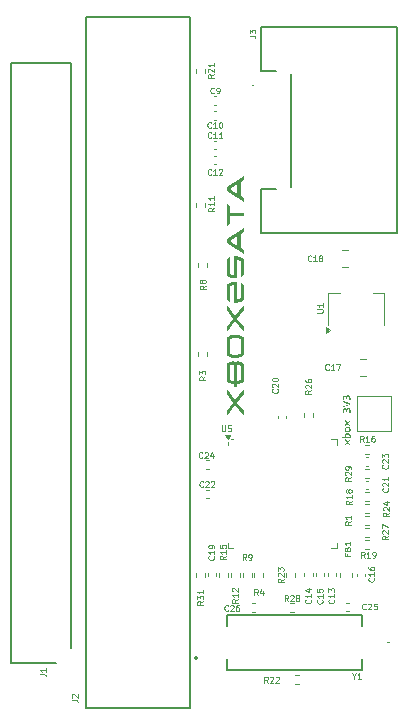
<source format=gbr>
%TF.GenerationSoftware,KiCad,Pcbnew,8.0.3*%
%TF.CreationDate,2024-07-19T14:19:01+01:00*%
%TF.ProjectId,xbox2sata,78626f78-3273-4617-9461-2e6b69636164,0.1*%
%TF.SameCoordinates,Original*%
%TF.FileFunction,Legend,Top*%
%TF.FilePolarity,Positive*%
%FSLAX46Y46*%
G04 Gerber Fmt 4.6, Leading zero omitted, Abs format (unit mm)*
G04 Created by KiCad (PCBNEW 8.0.3) date 2024-07-19 14:19:01*
%MOMM*%
%LPD*%
G01*
G04 APERTURE LIST*
%ADD10C,0.250000*%
%ADD11C,0.175000*%
%ADD12C,0.125000*%
%ADD13C,0.100000*%
%ADD14C,0.120000*%
%ADD15C,0.200000*%
%ADD16C,0.127000*%
G04 APERTURE END LIST*
D10*
G36*
X123314685Y-89485167D02*
G01*
X124065000Y-88564494D01*
X124065000Y-89001566D01*
X123487243Y-89703886D01*
X124065000Y-90409504D01*
X124065000Y-90839249D01*
X123314685Y-89921507D01*
X122564371Y-90839249D01*
X122564371Y-90409504D01*
X123138098Y-89703886D01*
X122564371Y-89001566D01*
X122564371Y-88564494D01*
X123314685Y-89485167D01*
G37*
G36*
X123510576Y-86170120D02*
G01*
X123597061Y-86187889D01*
X123681118Y-86211153D01*
X123762749Y-86239912D01*
X123841952Y-86274167D01*
X123918729Y-86313918D01*
X123993078Y-86359164D01*
X124065000Y-86409905D01*
X124065000Y-87866570D01*
X123993358Y-87918473D01*
X123919851Y-87964458D01*
X123844477Y-88004523D01*
X123767237Y-88038669D01*
X123688131Y-88066896D01*
X123607159Y-88089205D01*
X123524320Y-88105594D01*
X123439616Y-88116064D01*
X123439616Y-88352002D01*
X123174002Y-88352002D01*
X123174002Y-88116064D01*
X123090345Y-88105428D01*
X123008817Y-88088907D01*
X122929419Y-88066501D01*
X122852151Y-88038211D01*
X122777012Y-88004036D01*
X122704002Y-87963977D01*
X122633122Y-87918032D01*
X122564371Y-87866203D01*
X122564371Y-86552787D01*
X122829986Y-86552787D01*
X122829986Y-87722588D01*
X122899041Y-87760982D01*
X122971567Y-87793134D01*
X123047564Y-87819045D01*
X123127033Y-87838714D01*
X123174002Y-87847152D01*
X123439616Y-87847152D01*
X123513882Y-87833508D01*
X123585005Y-87815382D01*
X123664010Y-87788569D01*
X123738738Y-87755656D01*
X123799385Y-87722588D01*
X123799385Y-86553154D01*
X123723942Y-86514670D01*
X123646674Y-86482568D01*
X123567584Y-86456848D01*
X123486671Y-86437509D01*
X123439616Y-86429323D01*
X123439616Y-87847152D01*
X123174002Y-87847152D01*
X123174002Y-86429323D01*
X123096682Y-86444622D01*
X123020519Y-86466479D01*
X122945514Y-86494891D01*
X122871665Y-86529861D01*
X122829986Y-86552787D01*
X122564371Y-86552787D01*
X122564371Y-86410272D01*
X122633214Y-86359444D01*
X122704918Y-86314124D01*
X122779485Y-86274310D01*
X122856913Y-86240004D01*
X122937204Y-86211204D01*
X123020358Y-86187911D01*
X123106373Y-86170126D01*
X123195251Y-86157847D01*
X123253136Y-86265191D01*
X123360481Y-86265191D01*
X123421664Y-86157847D01*
X123510576Y-86170120D01*
G37*
G36*
X123390755Y-83930781D02*
G01*
X123465639Y-83937562D01*
X123539338Y-83948864D01*
X123611853Y-83964687D01*
X123683182Y-83985031D01*
X123753327Y-84009896D01*
X123822286Y-84039282D01*
X123890061Y-84073188D01*
X123956650Y-84111616D01*
X124022055Y-84154564D01*
X124065000Y-84185708D01*
X124065000Y-85646402D01*
X124001070Y-85693085D01*
X123935813Y-85735175D01*
X123869230Y-85772674D01*
X123801320Y-85805582D01*
X123732084Y-85833897D01*
X123661521Y-85857621D01*
X123589631Y-85876753D01*
X123516415Y-85891294D01*
X123441872Y-85901242D01*
X123366002Y-85906599D01*
X123314685Y-85907620D01*
X123237931Y-85905324D01*
X123162504Y-85898436D01*
X123088403Y-85886957D01*
X123015629Y-85870886D01*
X122944182Y-85850223D01*
X122874061Y-85824969D01*
X122805267Y-85795123D01*
X122737799Y-85760685D01*
X122671658Y-85721655D01*
X122606844Y-85678034D01*
X122564371Y-85646402D01*
X122564371Y-84330055D01*
X122829986Y-84330055D01*
X122829986Y-85506085D01*
X122900402Y-85544714D01*
X122972660Y-85576796D01*
X123046761Y-85602330D01*
X123122705Y-85621318D01*
X123200491Y-85633758D01*
X123280120Y-85639650D01*
X123312487Y-85640174D01*
X123391415Y-85636900D01*
X123469287Y-85627079D01*
X123546104Y-85610711D01*
X123621865Y-85587795D01*
X123696570Y-85558332D01*
X123770221Y-85522322D01*
X123799385Y-85506085D01*
X123799385Y-84330422D01*
X123722776Y-84291687D01*
X123646364Y-84259517D01*
X123570148Y-84233913D01*
X123494130Y-84214874D01*
X123418308Y-84202400D01*
X123342682Y-84196491D01*
X123312487Y-84195966D01*
X123232121Y-84199240D01*
X123153598Y-84209061D01*
X123076918Y-84225429D01*
X123002079Y-84248345D01*
X122929084Y-84277808D01*
X122857931Y-84313818D01*
X122829986Y-84330055D01*
X122564371Y-84330055D01*
X122564371Y-84185708D01*
X122628986Y-84139746D01*
X122694786Y-84098304D01*
X122761770Y-84061384D01*
X122829940Y-84028984D01*
X122899294Y-84001105D01*
X122969834Y-83977747D01*
X123041558Y-83958910D01*
X123114467Y-83944594D01*
X123188562Y-83934799D01*
X123263841Y-83929525D01*
X123314685Y-83928520D01*
X123390755Y-83930781D01*
G37*
G36*
X123314685Y-82361580D02*
G01*
X124065000Y-81440907D01*
X124065000Y-81877979D01*
X123487243Y-82580300D01*
X124065000Y-83285917D01*
X124065000Y-83715662D01*
X123314685Y-82797920D01*
X122564371Y-83715662D01*
X122564371Y-83285917D01*
X123138098Y-82580300D01*
X122564371Y-81877979D01*
X122564371Y-81440907D01*
X123314685Y-82361580D01*
G37*
G36*
X123439616Y-80951444D02*
G01*
X123515936Y-80937076D01*
X123593589Y-80915450D01*
X123672574Y-80886566D01*
X123741336Y-80856032D01*
X123799385Y-80826514D01*
X123799385Y-79544605D01*
X124065000Y-79729253D01*
X124065000Y-80971594D01*
X123999832Y-81017491D01*
X123933473Y-81058873D01*
X123865923Y-81095741D01*
X123797181Y-81128095D01*
X123727248Y-81155934D01*
X123656124Y-81179258D01*
X123583808Y-81198068D01*
X123510301Y-81212364D01*
X123435602Y-81222145D01*
X123359713Y-81227412D01*
X123308457Y-81228415D01*
X123234900Y-81226097D01*
X123174002Y-81221088D01*
X123174002Y-79725589D01*
X123096932Y-79739617D01*
X123020880Y-79761182D01*
X122945844Y-79790286D01*
X122871825Y-79826929D01*
X122829986Y-79851252D01*
X122829986Y-81156974D01*
X122564371Y-80971960D01*
X122564371Y-79710568D01*
X122627677Y-79663362D01*
X122692296Y-79620799D01*
X122758228Y-79582879D01*
X122825475Y-79549603D01*
X122894035Y-79520969D01*
X122963909Y-79496979D01*
X123035097Y-79477632D01*
X123107598Y-79462929D01*
X123181413Y-79452869D01*
X123256542Y-79447451D01*
X123307358Y-79446420D01*
X123384030Y-79449003D01*
X123439616Y-79453747D01*
X123439616Y-80951444D01*
G37*
G36*
X123439616Y-79163586D02*
G01*
X123363327Y-79169511D01*
X123307358Y-79170914D01*
X123231353Y-79168605D01*
X123156662Y-79161679D01*
X123083285Y-79150135D01*
X123011221Y-79133974D01*
X122940472Y-79113195D01*
X122871036Y-79087799D01*
X122802913Y-79057785D01*
X122736105Y-79023154D01*
X122670610Y-78983906D01*
X122606429Y-78940040D01*
X122564371Y-78908230D01*
X122564371Y-77550118D01*
X122829986Y-77366203D01*
X122829986Y-78767913D01*
X122903423Y-78808578D01*
X122977878Y-78841774D01*
X123053349Y-78867502D01*
X123129838Y-78885762D01*
X123174002Y-78892843D01*
X123174002Y-77302456D01*
X123247530Y-77296739D01*
X123308457Y-77295129D01*
X123385142Y-77297373D01*
X123460634Y-77304106D01*
X123534936Y-77315328D01*
X123608046Y-77331038D01*
X123679965Y-77351237D01*
X123750692Y-77375925D01*
X123820228Y-77405101D01*
X123888572Y-77438766D01*
X123955725Y-77476920D01*
X124021687Y-77519562D01*
X124065000Y-77550484D01*
X124065000Y-78889180D01*
X123799385Y-79073094D01*
X123799385Y-77695198D01*
X123729808Y-77660470D01*
X123661209Y-77631022D01*
X123582414Y-77603340D01*
X123504952Y-77582846D01*
X123439616Y-77571001D01*
X123439616Y-79163586D01*
G37*
G36*
X124065000Y-75232131D02*
G01*
X123760184Y-75422641D01*
X123760184Y-76564232D01*
X124065000Y-76756939D01*
X124065000Y-77078974D01*
X122564371Y-76140348D01*
X122564371Y-75991238D01*
X122842808Y-75991238D01*
X123494570Y-76397536D01*
X123494570Y-75588604D01*
X122842808Y-75991238D01*
X122564371Y-75991238D01*
X122564371Y-75846524D01*
X124065000Y-74914860D01*
X124065000Y-75232131D01*
G37*
G36*
X122829986Y-73918715D02*
G01*
X122829986Y-74566081D01*
X122564371Y-74711161D01*
X122564371Y-72858824D01*
X122829986Y-73003904D01*
X122829986Y-73651270D01*
X124065000Y-73651270D01*
X124065000Y-73918715D01*
X122829986Y-73918715D01*
G37*
G36*
X124065000Y-70835760D02*
G01*
X123760184Y-71026270D01*
X123760184Y-72167861D01*
X124065000Y-72360568D01*
X124065000Y-72682602D01*
X122564371Y-71743977D01*
X122564371Y-71594867D01*
X122842808Y-71594867D01*
X123494570Y-72001165D01*
X123494570Y-71192233D01*
X122842808Y-71594867D01*
X122564371Y-71594867D01*
X122564371Y-71450153D01*
X124065000Y-70518489D01*
X124065000Y-70835760D01*
G37*
D11*
G36*
X133061000Y-92938736D02*
G01*
X132889859Y-93050209D01*
X133061000Y-93162194D01*
X133061000Y-93304099D01*
X132812922Y-93120990D01*
X132568606Y-93294525D01*
X132568606Y-93151765D01*
X132733250Y-93042002D01*
X132568606Y-92933949D01*
X132568606Y-92802131D01*
X132811896Y-92970366D01*
X133061000Y-92792899D01*
X133061000Y-92938736D01*
G37*
G36*
X132843850Y-92276874D02*
G01*
X132877840Y-92281377D01*
X132912181Y-92289903D01*
X132924907Y-92294351D01*
X132957035Y-92309175D01*
X132987613Y-92329403D01*
X133007486Y-92347351D01*
X133029725Y-92374471D01*
X133047204Y-92405054D01*
X133056212Y-92427365D01*
X133065797Y-92463141D01*
X133070697Y-92497962D01*
X133071942Y-92527896D01*
X133070992Y-92563700D01*
X133067790Y-92600778D01*
X133063906Y-92627229D01*
X133057214Y-92661041D01*
X133048174Y-92696423D01*
X133042535Y-92714937D01*
X132382591Y-92714937D01*
X132382591Y-92597651D01*
X132537660Y-92597651D01*
X132633062Y-92602438D01*
X132607536Y-92579468D01*
X132585097Y-92551512D01*
X132578351Y-92540718D01*
X132564209Y-92507035D01*
X132560209Y-92483101D01*
X132656143Y-92483101D01*
X132665003Y-92517667D01*
X132681275Y-92540205D01*
X132706585Y-92564581D01*
X132733802Y-92586411D01*
X132749321Y-92597651D01*
X132971924Y-92597651D01*
X132980759Y-92564552D01*
X132980986Y-92563286D01*
X132984321Y-92528178D01*
X132984405Y-92521570D01*
X132979251Y-92487202D01*
X132972437Y-92470963D01*
X132951059Y-92442694D01*
X132938243Y-92431981D01*
X132906867Y-92414684D01*
X132884387Y-92407191D01*
X132850621Y-92400651D01*
X132815393Y-92398480D01*
X132812922Y-92398471D01*
X132778510Y-92399584D01*
X132743146Y-92403927D01*
X132741286Y-92404284D01*
X132707030Y-92414049D01*
X132692730Y-92420868D01*
X132666758Y-92444463D01*
X132665033Y-92447369D01*
X132656177Y-92480598D01*
X132656143Y-92483101D01*
X132560209Y-92483101D01*
X132558169Y-92470894D01*
X132557664Y-92455746D01*
X132561034Y-92419730D01*
X132572127Y-92385209D01*
X132575274Y-92378810D01*
X132594929Y-92349638D01*
X132621195Y-92325275D01*
X132625197Y-92322390D01*
X132656089Y-92304438D01*
X132689463Y-92291519D01*
X132703501Y-92287512D01*
X132739605Y-92280115D01*
X132775531Y-92276333D01*
X132806938Y-92275373D01*
X132843850Y-92276874D01*
G37*
G36*
X132846062Y-91738420D02*
G01*
X132882724Y-91743886D01*
X132917043Y-91753230D01*
X132951280Y-91767456D01*
X132981669Y-91785768D01*
X132999792Y-91800247D01*
X133023402Y-91825300D01*
X133042684Y-91854295D01*
X133053135Y-91875816D01*
X133064595Y-91911063D01*
X133070454Y-91946498D01*
X133071942Y-91977714D01*
X133070063Y-92013641D01*
X133063728Y-92049794D01*
X133056041Y-92074825D01*
X133040388Y-92107409D01*
X133019542Y-92135704D01*
X133008170Y-92147316D01*
X132979708Y-92169202D01*
X132948777Y-92185346D01*
X132928669Y-92192965D01*
X132894016Y-92202018D01*
X132859288Y-92206987D01*
X132821487Y-92208850D01*
X132817538Y-92208866D01*
X132781922Y-92207246D01*
X132745135Y-92201723D01*
X132710853Y-92192281D01*
X132676817Y-92177824D01*
X132646771Y-92159327D01*
X132628958Y-92144752D01*
X132605605Y-92119515D01*
X132586579Y-92090479D01*
X132576300Y-92069012D01*
X132564943Y-92033806D01*
X132559138Y-91998703D01*
X132557853Y-91971901D01*
X132656143Y-91971901D01*
X132661018Y-92006830D01*
X132668623Y-92024389D01*
X132691177Y-92051470D01*
X132702646Y-92059951D01*
X132734087Y-92074961D01*
X132753083Y-92080296D01*
X132788638Y-92085721D01*
X132814632Y-92086793D01*
X132851615Y-92084870D01*
X132887422Y-92078108D01*
X132920006Y-92064884D01*
X132933456Y-92056018D01*
X132957835Y-92029764D01*
X132970962Y-91997162D01*
X132973463Y-91971901D01*
X132968235Y-91936692D01*
X132961324Y-91920952D01*
X132939017Y-91894067D01*
X132927643Y-91885903D01*
X132895905Y-91871121D01*
X132876694Y-91865729D01*
X132842259Y-91860199D01*
X132813606Y-91858890D01*
X132776805Y-91860685D01*
X132741228Y-91866996D01*
X132708930Y-91879338D01*
X132695637Y-91887613D01*
X132671570Y-91912850D01*
X132658611Y-91945732D01*
X132656143Y-91971901D01*
X132557853Y-91971901D01*
X132557664Y-91967969D01*
X132559583Y-91931770D01*
X132566055Y-91895505D01*
X132573906Y-91870516D01*
X132589699Y-91837821D01*
X132610683Y-91809472D01*
X132622120Y-91797854D01*
X132650636Y-91776025D01*
X132681466Y-91760032D01*
X132701450Y-91752547D01*
X132735649Y-91743591D01*
X132769789Y-91738676D01*
X132806835Y-91736833D01*
X132810699Y-91736817D01*
X132846062Y-91738420D01*
G37*
G36*
X133061000Y-91324096D02*
G01*
X132889859Y-91435568D01*
X133061000Y-91547554D01*
X133061000Y-91689459D01*
X132812922Y-91506350D01*
X132568606Y-91679884D01*
X132568606Y-91537124D01*
X132733250Y-91427362D01*
X132568606Y-91319309D01*
X132568606Y-91187491D01*
X132811896Y-91355725D01*
X133061000Y-91178258D01*
X133061000Y-91324096D01*
G37*
G36*
X132873958Y-90138419D02*
G01*
X132909692Y-90141297D01*
X132944829Y-90150834D01*
X132956537Y-90155858D01*
X132986489Y-90174534D01*
X133012318Y-90200345D01*
X133018941Y-90209030D01*
X133036492Y-90238450D01*
X133049624Y-90270023D01*
X133058264Y-90299131D01*
X133065477Y-90334908D01*
X133069684Y-90370361D01*
X133071728Y-90408899D01*
X133071942Y-90427016D01*
X133071087Y-90461381D01*
X133068949Y-90496002D01*
X133068864Y-90497114D01*
X133065616Y-90531821D01*
X133061000Y-90562083D01*
X132962521Y-90562083D01*
X132967125Y-90527806D01*
X132970385Y-90494036D01*
X132972594Y-90457937D01*
X132973436Y-90423025D01*
X132973463Y-90415390D01*
X132972035Y-90380448D01*
X132966966Y-90346660D01*
X132955935Y-90313155D01*
X132948159Y-90299131D01*
X132923248Y-90274454D01*
X132917727Y-90271434D01*
X132883691Y-90262760D01*
X132876694Y-90262543D01*
X132843047Y-90270126D01*
X132839935Y-90271775D01*
X132814840Y-90295094D01*
X132811896Y-90299644D01*
X132797922Y-90331909D01*
X132793944Y-90347515D01*
X132788875Y-90381437D01*
X132787448Y-90416416D01*
X132787448Y-90486172D01*
X132699911Y-90486172D01*
X132699911Y-90422229D01*
X132698030Y-90387864D01*
X132692388Y-90359996D01*
X132677963Y-90328484D01*
X132671872Y-90320502D01*
X132643772Y-90300446D01*
X132641610Y-90299644D01*
X132607409Y-90293342D01*
X132605023Y-90293318D01*
X132570444Y-90299601D01*
X132545354Y-90318450D01*
X132529967Y-90350251D01*
X132525018Y-90386160D01*
X132524838Y-90395729D01*
X132526152Y-90430766D01*
X132530097Y-90465352D01*
X132530822Y-90469930D01*
X132537296Y-90504634D01*
X132544897Y-90538041D01*
X132546722Y-90545327D01*
X132448243Y-90545327D01*
X132439874Y-90511398D01*
X132438327Y-90503953D01*
X132432362Y-90469545D01*
X132431659Y-90464630D01*
X132427882Y-90429661D01*
X132427556Y-90424623D01*
X132426388Y-90389483D01*
X132426359Y-90382735D01*
X132427692Y-90348517D01*
X132432706Y-90311985D01*
X132437643Y-90291608D01*
X132450165Y-90257645D01*
X132468160Y-90227464D01*
X132469443Y-90225785D01*
X132493848Y-90201162D01*
X132519709Y-90185607D01*
X132553065Y-90175068D01*
X132585703Y-90172100D01*
X132622826Y-90175191D01*
X132657379Y-90185613D01*
X132679224Y-90198258D01*
X132705380Y-90222983D01*
X132724667Y-90251966D01*
X132733763Y-90271605D01*
X132741859Y-90237718D01*
X132750176Y-90216894D01*
X132768156Y-90187673D01*
X132779925Y-90174836D01*
X132807430Y-90154501D01*
X132821642Y-90147822D01*
X132854817Y-90139530D01*
X132873958Y-90138419D01*
G37*
G36*
X133061000Y-89742110D02*
G01*
X133061000Y-89898890D01*
X132437301Y-90090718D01*
X132437301Y-89956507D01*
X132812922Y-89850334D01*
X132936020Y-89816140D01*
X132805741Y-89780579D01*
X132437301Y-89675261D01*
X132437301Y-89549256D01*
X133061000Y-89742110D01*
G37*
G36*
X132873958Y-89061992D02*
G01*
X132909692Y-89064870D01*
X132944829Y-89074407D01*
X132956537Y-89079431D01*
X132986489Y-89098107D01*
X133012318Y-89123918D01*
X133018941Y-89132602D01*
X133036492Y-89162023D01*
X133049624Y-89193595D01*
X133058264Y-89222704D01*
X133065477Y-89258480D01*
X133069684Y-89293934D01*
X133071728Y-89332472D01*
X133071942Y-89350589D01*
X133071087Y-89384954D01*
X133068949Y-89419575D01*
X133068864Y-89420687D01*
X133065616Y-89455394D01*
X133061000Y-89485655D01*
X132962521Y-89485655D01*
X132967125Y-89451379D01*
X132970385Y-89417609D01*
X132972594Y-89381510D01*
X132973436Y-89346598D01*
X132973463Y-89338963D01*
X132972035Y-89304021D01*
X132966966Y-89270233D01*
X132955935Y-89236728D01*
X132948159Y-89222704D01*
X132923248Y-89198027D01*
X132917727Y-89195006D01*
X132883691Y-89186333D01*
X132876694Y-89186116D01*
X132843047Y-89193698D01*
X132839935Y-89195348D01*
X132814840Y-89218667D01*
X132811896Y-89223217D01*
X132797922Y-89255481D01*
X132793944Y-89271088D01*
X132788875Y-89305009D01*
X132787448Y-89339989D01*
X132787448Y-89409745D01*
X132699911Y-89409745D01*
X132699911Y-89345802D01*
X132698030Y-89311437D01*
X132692388Y-89283569D01*
X132677963Y-89252057D01*
X132671872Y-89244075D01*
X132643772Y-89224019D01*
X132641610Y-89223217D01*
X132607409Y-89216915D01*
X132605023Y-89216891D01*
X132570444Y-89223174D01*
X132545354Y-89242023D01*
X132529967Y-89273824D01*
X132525018Y-89309733D01*
X132524838Y-89319302D01*
X132526152Y-89354339D01*
X132530097Y-89388925D01*
X132530822Y-89393503D01*
X132537296Y-89428207D01*
X132544897Y-89461614D01*
X132546722Y-89468900D01*
X132448243Y-89468900D01*
X132439874Y-89434971D01*
X132438327Y-89427526D01*
X132432362Y-89393118D01*
X132431659Y-89388203D01*
X132427882Y-89353234D01*
X132427556Y-89348196D01*
X132426388Y-89313056D01*
X132426359Y-89306308D01*
X132427692Y-89272090D01*
X132432706Y-89235558D01*
X132437643Y-89215181D01*
X132450165Y-89181218D01*
X132468160Y-89151037D01*
X132469443Y-89149357D01*
X132493848Y-89124735D01*
X132519709Y-89109180D01*
X132553065Y-89098641D01*
X132585703Y-89095673D01*
X132622826Y-89098764D01*
X132657379Y-89109186D01*
X132679224Y-89121831D01*
X132705380Y-89146556D01*
X132724667Y-89175539D01*
X132733763Y-89195177D01*
X132741859Y-89161291D01*
X132750176Y-89140467D01*
X132768156Y-89111246D01*
X132779925Y-89098408D01*
X132807430Y-89078074D01*
X132821642Y-89071395D01*
X132854817Y-89063103D01*
X132873958Y-89061992D01*
G37*
D12*
X135017190Y-104531428D02*
X135041000Y-104555237D01*
X135041000Y-104555237D02*
X135064809Y-104626666D01*
X135064809Y-104626666D02*
X135064809Y-104674285D01*
X135064809Y-104674285D02*
X135041000Y-104745713D01*
X135041000Y-104745713D02*
X134993380Y-104793332D01*
X134993380Y-104793332D02*
X134945761Y-104817142D01*
X134945761Y-104817142D02*
X134850523Y-104840951D01*
X134850523Y-104840951D02*
X134779095Y-104840951D01*
X134779095Y-104840951D02*
X134683857Y-104817142D01*
X134683857Y-104817142D02*
X134636238Y-104793332D01*
X134636238Y-104793332D02*
X134588619Y-104745713D01*
X134588619Y-104745713D02*
X134564809Y-104674285D01*
X134564809Y-104674285D02*
X134564809Y-104626666D01*
X134564809Y-104626666D02*
X134588619Y-104555237D01*
X134588619Y-104555237D02*
X134612428Y-104531428D01*
X135064809Y-104055237D02*
X135064809Y-104340951D01*
X135064809Y-104198094D02*
X134564809Y-104198094D01*
X134564809Y-104198094D02*
X134636238Y-104245713D01*
X134636238Y-104245713D02*
X134683857Y-104293332D01*
X134683857Y-104293332D02*
X134707666Y-104340951D01*
X134564809Y-103626666D02*
X134564809Y-103721904D01*
X134564809Y-103721904D02*
X134588619Y-103769523D01*
X134588619Y-103769523D02*
X134612428Y-103793333D01*
X134612428Y-103793333D02*
X134683857Y-103840952D01*
X134683857Y-103840952D02*
X134779095Y-103864761D01*
X134779095Y-103864761D02*
X134969571Y-103864761D01*
X134969571Y-103864761D02*
X135017190Y-103840952D01*
X135017190Y-103840952D02*
X135041000Y-103817142D01*
X135041000Y-103817142D02*
X135064809Y-103769523D01*
X135064809Y-103769523D02*
X135064809Y-103674285D01*
X135064809Y-103674285D02*
X135041000Y-103626666D01*
X135041000Y-103626666D02*
X135017190Y-103602857D01*
X135017190Y-103602857D02*
X134969571Y-103579047D01*
X134969571Y-103579047D02*
X134850523Y-103579047D01*
X134850523Y-103579047D02*
X134802904Y-103602857D01*
X134802904Y-103602857D02*
X134779095Y-103626666D01*
X134779095Y-103626666D02*
X134755285Y-103674285D01*
X134755285Y-103674285D02*
X134755285Y-103769523D01*
X134755285Y-103769523D02*
X134779095Y-103817142D01*
X134779095Y-103817142D02*
X134802904Y-103840952D01*
X134802904Y-103840952D02*
X134850523Y-103864761D01*
D13*
X122186547Y-91626109D02*
X122186547Y-92030871D01*
X122186547Y-92030871D02*
X122210357Y-92078490D01*
X122210357Y-92078490D02*
X122234166Y-92102300D01*
X122234166Y-92102300D02*
X122281785Y-92126109D01*
X122281785Y-92126109D02*
X122377023Y-92126109D01*
X122377023Y-92126109D02*
X122424642Y-92102300D01*
X122424642Y-92102300D02*
X122448452Y-92078490D01*
X122448452Y-92078490D02*
X122472261Y-92030871D01*
X122472261Y-92030871D02*
X122472261Y-91626109D01*
X122948452Y-91626109D02*
X122710357Y-91626109D01*
X122710357Y-91626109D02*
X122686548Y-91864204D01*
X122686548Y-91864204D02*
X122710357Y-91840395D01*
X122710357Y-91840395D02*
X122757976Y-91816585D01*
X122757976Y-91816585D02*
X122877024Y-91816585D01*
X122877024Y-91816585D02*
X122924643Y-91840395D01*
X122924643Y-91840395D02*
X122948452Y-91864204D01*
X122948452Y-91864204D02*
X122972262Y-91911823D01*
X122972262Y-91911823D02*
X122972262Y-92030871D01*
X122972262Y-92030871D02*
X122948452Y-92078490D01*
X122948452Y-92078490D02*
X122924643Y-92102300D01*
X122924643Y-92102300D02*
X122877024Y-92126109D01*
X122877024Y-92126109D02*
X122757976Y-92126109D01*
X122757976Y-92126109D02*
X122710357Y-92102300D01*
X122710357Y-92102300D02*
X122686548Y-92078490D01*
D12*
X121266071Y-70357190D02*
X121242262Y-70381000D01*
X121242262Y-70381000D02*
X121170833Y-70404809D01*
X121170833Y-70404809D02*
X121123214Y-70404809D01*
X121123214Y-70404809D02*
X121051786Y-70381000D01*
X121051786Y-70381000D02*
X121004167Y-70333380D01*
X121004167Y-70333380D02*
X120980357Y-70285761D01*
X120980357Y-70285761D02*
X120956548Y-70190523D01*
X120956548Y-70190523D02*
X120956548Y-70119095D01*
X120956548Y-70119095D02*
X120980357Y-70023857D01*
X120980357Y-70023857D02*
X121004167Y-69976238D01*
X121004167Y-69976238D02*
X121051786Y-69928619D01*
X121051786Y-69928619D02*
X121123214Y-69904809D01*
X121123214Y-69904809D02*
X121170833Y-69904809D01*
X121170833Y-69904809D02*
X121242262Y-69928619D01*
X121242262Y-69928619D02*
X121266071Y-69952428D01*
X121742262Y-70404809D02*
X121456548Y-70404809D01*
X121599405Y-70404809D02*
X121599405Y-69904809D01*
X121599405Y-69904809D02*
X121551786Y-69976238D01*
X121551786Y-69976238D02*
X121504167Y-70023857D01*
X121504167Y-70023857D02*
X121456548Y-70047666D01*
X121932738Y-69952428D02*
X121956547Y-69928619D01*
X121956547Y-69928619D02*
X122004166Y-69904809D01*
X122004166Y-69904809D02*
X122123214Y-69904809D01*
X122123214Y-69904809D02*
X122170833Y-69928619D01*
X122170833Y-69928619D02*
X122194642Y-69952428D01*
X122194642Y-69952428D02*
X122218452Y-70000047D01*
X122218452Y-70000047D02*
X122218452Y-70047666D01*
X122218452Y-70047666D02*
X122194642Y-70119095D01*
X122194642Y-70119095D02*
X121908928Y-70404809D01*
X121908928Y-70404809D02*
X122218452Y-70404809D01*
X120518571Y-94327190D02*
X120494762Y-94351000D01*
X120494762Y-94351000D02*
X120423333Y-94374809D01*
X120423333Y-94374809D02*
X120375714Y-94374809D01*
X120375714Y-94374809D02*
X120304286Y-94351000D01*
X120304286Y-94351000D02*
X120256667Y-94303380D01*
X120256667Y-94303380D02*
X120232857Y-94255761D01*
X120232857Y-94255761D02*
X120209048Y-94160523D01*
X120209048Y-94160523D02*
X120209048Y-94089095D01*
X120209048Y-94089095D02*
X120232857Y-93993857D01*
X120232857Y-93993857D02*
X120256667Y-93946238D01*
X120256667Y-93946238D02*
X120304286Y-93898619D01*
X120304286Y-93898619D02*
X120375714Y-93874809D01*
X120375714Y-93874809D02*
X120423333Y-93874809D01*
X120423333Y-93874809D02*
X120494762Y-93898619D01*
X120494762Y-93898619D02*
X120518571Y-93922428D01*
X120709048Y-93922428D02*
X120732857Y-93898619D01*
X120732857Y-93898619D02*
X120780476Y-93874809D01*
X120780476Y-93874809D02*
X120899524Y-93874809D01*
X120899524Y-93874809D02*
X120947143Y-93898619D01*
X120947143Y-93898619D02*
X120970952Y-93922428D01*
X120970952Y-93922428D02*
X120994762Y-93970047D01*
X120994762Y-93970047D02*
X120994762Y-94017666D01*
X120994762Y-94017666D02*
X120970952Y-94089095D01*
X120970952Y-94089095D02*
X120685238Y-94374809D01*
X120685238Y-94374809D02*
X120994762Y-94374809D01*
X121423333Y-94041476D02*
X121423333Y-94374809D01*
X121304285Y-93851000D02*
X121185238Y-94208142D01*
X121185238Y-94208142D02*
X121494761Y-94208142D01*
X129738571Y-77667190D02*
X129714762Y-77691000D01*
X129714762Y-77691000D02*
X129643333Y-77714809D01*
X129643333Y-77714809D02*
X129595714Y-77714809D01*
X129595714Y-77714809D02*
X129524286Y-77691000D01*
X129524286Y-77691000D02*
X129476667Y-77643380D01*
X129476667Y-77643380D02*
X129452857Y-77595761D01*
X129452857Y-77595761D02*
X129429048Y-77500523D01*
X129429048Y-77500523D02*
X129429048Y-77429095D01*
X129429048Y-77429095D02*
X129452857Y-77333857D01*
X129452857Y-77333857D02*
X129476667Y-77286238D01*
X129476667Y-77286238D02*
X129524286Y-77238619D01*
X129524286Y-77238619D02*
X129595714Y-77214809D01*
X129595714Y-77214809D02*
X129643333Y-77214809D01*
X129643333Y-77214809D02*
X129714762Y-77238619D01*
X129714762Y-77238619D02*
X129738571Y-77262428D01*
X130214762Y-77714809D02*
X129929048Y-77714809D01*
X130071905Y-77714809D02*
X130071905Y-77214809D01*
X130071905Y-77214809D02*
X130024286Y-77286238D01*
X130024286Y-77286238D02*
X129976667Y-77333857D01*
X129976667Y-77333857D02*
X129929048Y-77357666D01*
X130500476Y-77429095D02*
X130452857Y-77405285D01*
X130452857Y-77405285D02*
X130429047Y-77381476D01*
X130429047Y-77381476D02*
X130405238Y-77333857D01*
X130405238Y-77333857D02*
X130405238Y-77310047D01*
X130405238Y-77310047D02*
X130429047Y-77262428D01*
X130429047Y-77262428D02*
X130452857Y-77238619D01*
X130452857Y-77238619D02*
X130500476Y-77214809D01*
X130500476Y-77214809D02*
X130595714Y-77214809D01*
X130595714Y-77214809D02*
X130643333Y-77238619D01*
X130643333Y-77238619D02*
X130667142Y-77262428D01*
X130667142Y-77262428D02*
X130690952Y-77310047D01*
X130690952Y-77310047D02*
X130690952Y-77333857D01*
X130690952Y-77333857D02*
X130667142Y-77381476D01*
X130667142Y-77381476D02*
X130643333Y-77405285D01*
X130643333Y-77405285D02*
X130595714Y-77429095D01*
X130595714Y-77429095D02*
X130500476Y-77429095D01*
X130500476Y-77429095D02*
X130452857Y-77452904D01*
X130452857Y-77452904D02*
X130429047Y-77476714D01*
X130429047Y-77476714D02*
X130405238Y-77524333D01*
X130405238Y-77524333D02*
X130405238Y-77619571D01*
X130405238Y-77619571D02*
X130429047Y-77667190D01*
X130429047Y-77667190D02*
X130452857Y-77691000D01*
X130452857Y-77691000D02*
X130500476Y-77714809D01*
X130500476Y-77714809D02*
X130595714Y-77714809D01*
X130595714Y-77714809D02*
X130643333Y-77691000D01*
X130643333Y-77691000D02*
X130667142Y-77667190D01*
X130667142Y-77667190D02*
X130690952Y-77619571D01*
X130690952Y-77619571D02*
X130690952Y-77524333D01*
X130690952Y-77524333D02*
X130667142Y-77476714D01*
X130667142Y-77476714D02*
X130643333Y-77452904D01*
X130643333Y-77452904D02*
X130595714Y-77429095D01*
X130234809Y-82060952D02*
X130639571Y-82060952D01*
X130639571Y-82060952D02*
X130687190Y-82037142D01*
X130687190Y-82037142D02*
X130711000Y-82013333D01*
X130711000Y-82013333D02*
X130734809Y-81965714D01*
X130734809Y-81965714D02*
X130734809Y-81870476D01*
X130734809Y-81870476D02*
X130711000Y-81822857D01*
X130711000Y-81822857D02*
X130687190Y-81799047D01*
X130687190Y-81799047D02*
X130639571Y-81775238D01*
X130639571Y-81775238D02*
X130234809Y-81775238D01*
X130734809Y-81275237D02*
X130734809Y-81560951D01*
X130734809Y-81418094D02*
X130234809Y-81418094D01*
X130234809Y-81418094D02*
X130306238Y-81465713D01*
X130306238Y-81465713D02*
X130353857Y-81513332D01*
X130353857Y-81513332D02*
X130377666Y-81560951D01*
X136207190Y-96941428D02*
X136231000Y-96965237D01*
X136231000Y-96965237D02*
X136254809Y-97036666D01*
X136254809Y-97036666D02*
X136254809Y-97084285D01*
X136254809Y-97084285D02*
X136231000Y-97155713D01*
X136231000Y-97155713D02*
X136183380Y-97203332D01*
X136183380Y-97203332D02*
X136135761Y-97227142D01*
X136135761Y-97227142D02*
X136040523Y-97250951D01*
X136040523Y-97250951D02*
X135969095Y-97250951D01*
X135969095Y-97250951D02*
X135873857Y-97227142D01*
X135873857Y-97227142D02*
X135826238Y-97203332D01*
X135826238Y-97203332D02*
X135778619Y-97155713D01*
X135778619Y-97155713D02*
X135754809Y-97084285D01*
X135754809Y-97084285D02*
X135754809Y-97036666D01*
X135754809Y-97036666D02*
X135778619Y-96965237D01*
X135778619Y-96965237D02*
X135802428Y-96941428D01*
X135802428Y-96750951D02*
X135778619Y-96727142D01*
X135778619Y-96727142D02*
X135754809Y-96679523D01*
X135754809Y-96679523D02*
X135754809Y-96560475D01*
X135754809Y-96560475D02*
X135778619Y-96512856D01*
X135778619Y-96512856D02*
X135802428Y-96489047D01*
X135802428Y-96489047D02*
X135850047Y-96465237D01*
X135850047Y-96465237D02*
X135897666Y-96465237D01*
X135897666Y-96465237D02*
X135969095Y-96489047D01*
X135969095Y-96489047D02*
X136254809Y-96774761D01*
X136254809Y-96774761D02*
X136254809Y-96465237D01*
X136254809Y-95989047D02*
X136254809Y-96274761D01*
X136254809Y-96131904D02*
X135754809Y-96131904D01*
X135754809Y-96131904D02*
X135826238Y-96179523D01*
X135826238Y-96179523D02*
X135873857Y-96227142D01*
X135873857Y-96227142D02*
X135897666Y-96274761D01*
X122504809Y-102681428D02*
X122266714Y-102848094D01*
X122504809Y-102967142D02*
X122004809Y-102967142D01*
X122004809Y-102967142D02*
X122004809Y-102776666D01*
X122004809Y-102776666D02*
X122028619Y-102729047D01*
X122028619Y-102729047D02*
X122052428Y-102705237D01*
X122052428Y-102705237D02*
X122100047Y-102681428D01*
X122100047Y-102681428D02*
X122171476Y-102681428D01*
X122171476Y-102681428D02*
X122219095Y-102705237D01*
X122219095Y-102705237D02*
X122242904Y-102729047D01*
X122242904Y-102729047D02*
X122266714Y-102776666D01*
X122266714Y-102776666D02*
X122266714Y-102967142D01*
X122504809Y-102205237D02*
X122504809Y-102490951D01*
X122504809Y-102348094D02*
X122004809Y-102348094D01*
X122004809Y-102348094D02*
X122076238Y-102395713D01*
X122076238Y-102395713D02*
X122123857Y-102443332D01*
X122123857Y-102443332D02*
X122147666Y-102490951D01*
X122004809Y-101752857D02*
X122004809Y-101990952D01*
X122004809Y-101990952D02*
X122242904Y-102014761D01*
X122242904Y-102014761D02*
X122219095Y-101990952D01*
X122219095Y-101990952D02*
X122195285Y-101943333D01*
X122195285Y-101943333D02*
X122195285Y-101824285D01*
X122195285Y-101824285D02*
X122219095Y-101776666D01*
X122219095Y-101776666D02*
X122242904Y-101752857D01*
X122242904Y-101752857D02*
X122290523Y-101729047D01*
X122290523Y-101729047D02*
X122409571Y-101729047D01*
X122409571Y-101729047D02*
X122457190Y-101752857D01*
X122457190Y-101752857D02*
X122481000Y-101776666D01*
X122481000Y-101776666D02*
X122504809Y-101824285D01*
X122504809Y-101824285D02*
X122504809Y-101943333D01*
X122504809Y-101943333D02*
X122481000Y-101990952D01*
X122481000Y-101990952D02*
X122457190Y-102014761D01*
D13*
X133371905Y-112829264D02*
X133371905Y-113067359D01*
X133205239Y-112567359D02*
X133371905Y-112829264D01*
X133371905Y-112829264D02*
X133538572Y-112567359D01*
X133967143Y-113067359D02*
X133681429Y-113067359D01*
X133824286Y-113067359D02*
X133824286Y-112567359D01*
X133824286Y-112567359D02*
X133776667Y-112638788D01*
X133776667Y-112638788D02*
X133729048Y-112686407D01*
X133729048Y-112686407D02*
X133681429Y-112710216D01*
D12*
X136197190Y-94971428D02*
X136221000Y-94995237D01*
X136221000Y-94995237D02*
X136244809Y-95066666D01*
X136244809Y-95066666D02*
X136244809Y-95114285D01*
X136244809Y-95114285D02*
X136221000Y-95185713D01*
X136221000Y-95185713D02*
X136173380Y-95233332D01*
X136173380Y-95233332D02*
X136125761Y-95257142D01*
X136125761Y-95257142D02*
X136030523Y-95280951D01*
X136030523Y-95280951D02*
X135959095Y-95280951D01*
X135959095Y-95280951D02*
X135863857Y-95257142D01*
X135863857Y-95257142D02*
X135816238Y-95233332D01*
X135816238Y-95233332D02*
X135768619Y-95185713D01*
X135768619Y-95185713D02*
X135744809Y-95114285D01*
X135744809Y-95114285D02*
X135744809Y-95066666D01*
X135744809Y-95066666D02*
X135768619Y-94995237D01*
X135768619Y-94995237D02*
X135792428Y-94971428D01*
X135792428Y-94780951D02*
X135768619Y-94757142D01*
X135768619Y-94757142D02*
X135744809Y-94709523D01*
X135744809Y-94709523D02*
X135744809Y-94590475D01*
X135744809Y-94590475D02*
X135768619Y-94542856D01*
X135768619Y-94542856D02*
X135792428Y-94519047D01*
X135792428Y-94519047D02*
X135840047Y-94495237D01*
X135840047Y-94495237D02*
X135887666Y-94495237D01*
X135887666Y-94495237D02*
X135959095Y-94519047D01*
X135959095Y-94519047D02*
X136244809Y-94804761D01*
X136244809Y-94804761D02*
X136244809Y-94495237D01*
X135744809Y-94328571D02*
X135744809Y-94019047D01*
X135744809Y-94019047D02*
X135935285Y-94185714D01*
X135935285Y-94185714D02*
X135935285Y-94114285D01*
X135935285Y-94114285D02*
X135959095Y-94066666D01*
X135959095Y-94066666D02*
X135982904Y-94042857D01*
X135982904Y-94042857D02*
X136030523Y-94019047D01*
X136030523Y-94019047D02*
X136149571Y-94019047D01*
X136149571Y-94019047D02*
X136197190Y-94042857D01*
X136197190Y-94042857D02*
X136221000Y-94066666D01*
X136221000Y-94066666D02*
X136244809Y-94114285D01*
X136244809Y-94114285D02*
X136244809Y-94257142D01*
X136244809Y-94257142D02*
X136221000Y-94304761D01*
X136221000Y-94304761D02*
X136197190Y-94328571D01*
X124226666Y-103004809D02*
X124060000Y-102766714D01*
X123940952Y-103004809D02*
X123940952Y-102504809D01*
X123940952Y-102504809D02*
X124131428Y-102504809D01*
X124131428Y-102504809D02*
X124179047Y-102528619D01*
X124179047Y-102528619D02*
X124202857Y-102552428D01*
X124202857Y-102552428D02*
X124226666Y-102600047D01*
X124226666Y-102600047D02*
X124226666Y-102671476D01*
X124226666Y-102671476D02*
X124202857Y-102719095D01*
X124202857Y-102719095D02*
X124179047Y-102742904D01*
X124179047Y-102742904D02*
X124131428Y-102766714D01*
X124131428Y-102766714D02*
X123940952Y-102766714D01*
X124464762Y-103004809D02*
X124560000Y-103004809D01*
X124560000Y-103004809D02*
X124607619Y-102981000D01*
X124607619Y-102981000D02*
X124631428Y-102957190D01*
X124631428Y-102957190D02*
X124679047Y-102885761D01*
X124679047Y-102885761D02*
X124702857Y-102790523D01*
X124702857Y-102790523D02*
X124702857Y-102600047D01*
X124702857Y-102600047D02*
X124679047Y-102552428D01*
X124679047Y-102552428D02*
X124655238Y-102528619D01*
X124655238Y-102528619D02*
X124607619Y-102504809D01*
X124607619Y-102504809D02*
X124512381Y-102504809D01*
X124512381Y-102504809D02*
X124464762Y-102528619D01*
X124464762Y-102528619D02*
X124440952Y-102552428D01*
X124440952Y-102552428D02*
X124417143Y-102600047D01*
X124417143Y-102600047D02*
X124417143Y-102719095D01*
X124417143Y-102719095D02*
X124440952Y-102766714D01*
X124440952Y-102766714D02*
X124464762Y-102790523D01*
X124464762Y-102790523D02*
X124512381Y-102814333D01*
X124512381Y-102814333D02*
X124607619Y-102814333D01*
X124607619Y-102814333D02*
X124655238Y-102790523D01*
X124655238Y-102790523D02*
X124679047Y-102766714D01*
X124679047Y-102766714D02*
X124702857Y-102719095D01*
X126061071Y-113398559D02*
X125894405Y-113160464D01*
X125775357Y-113398559D02*
X125775357Y-112898559D01*
X125775357Y-112898559D02*
X125965833Y-112898559D01*
X125965833Y-112898559D02*
X126013452Y-112922369D01*
X126013452Y-112922369D02*
X126037262Y-112946178D01*
X126037262Y-112946178D02*
X126061071Y-112993797D01*
X126061071Y-112993797D02*
X126061071Y-113065226D01*
X126061071Y-113065226D02*
X126037262Y-113112845D01*
X126037262Y-113112845D02*
X126013452Y-113136654D01*
X126013452Y-113136654D02*
X125965833Y-113160464D01*
X125965833Y-113160464D02*
X125775357Y-113160464D01*
X126251548Y-112946178D02*
X126275357Y-112922369D01*
X126275357Y-112922369D02*
X126322976Y-112898559D01*
X126322976Y-112898559D02*
X126442024Y-112898559D01*
X126442024Y-112898559D02*
X126489643Y-112922369D01*
X126489643Y-112922369D02*
X126513452Y-112946178D01*
X126513452Y-112946178D02*
X126537262Y-112993797D01*
X126537262Y-112993797D02*
X126537262Y-113041416D01*
X126537262Y-113041416D02*
X126513452Y-113112845D01*
X126513452Y-113112845D02*
X126227738Y-113398559D01*
X126227738Y-113398559D02*
X126537262Y-113398559D01*
X126727738Y-112946178D02*
X126751547Y-112922369D01*
X126751547Y-112922369D02*
X126799166Y-112898559D01*
X126799166Y-112898559D02*
X126918214Y-112898559D01*
X126918214Y-112898559D02*
X126965833Y-112922369D01*
X126965833Y-112922369D02*
X126989642Y-112946178D01*
X126989642Y-112946178D02*
X127013452Y-112993797D01*
X127013452Y-112993797D02*
X127013452Y-113041416D01*
X127013452Y-113041416D02*
X126989642Y-113112845D01*
X126989642Y-113112845D02*
X126703928Y-113398559D01*
X126703928Y-113398559D02*
X127013452Y-113398559D01*
X134248571Y-102824809D02*
X134081905Y-102586714D01*
X133962857Y-102824809D02*
X133962857Y-102324809D01*
X133962857Y-102324809D02*
X134153333Y-102324809D01*
X134153333Y-102324809D02*
X134200952Y-102348619D01*
X134200952Y-102348619D02*
X134224762Y-102372428D01*
X134224762Y-102372428D02*
X134248571Y-102420047D01*
X134248571Y-102420047D02*
X134248571Y-102491476D01*
X134248571Y-102491476D02*
X134224762Y-102539095D01*
X134224762Y-102539095D02*
X134200952Y-102562904D01*
X134200952Y-102562904D02*
X134153333Y-102586714D01*
X134153333Y-102586714D02*
X133962857Y-102586714D01*
X134724762Y-102824809D02*
X134439048Y-102824809D01*
X134581905Y-102824809D02*
X134581905Y-102324809D01*
X134581905Y-102324809D02*
X134534286Y-102396238D01*
X134534286Y-102396238D02*
X134486667Y-102443857D01*
X134486667Y-102443857D02*
X134439048Y-102467666D01*
X134962857Y-102824809D02*
X135058095Y-102824809D01*
X135058095Y-102824809D02*
X135105714Y-102801000D01*
X135105714Y-102801000D02*
X135129523Y-102777190D01*
X135129523Y-102777190D02*
X135177142Y-102705761D01*
X135177142Y-102705761D02*
X135200952Y-102610523D01*
X135200952Y-102610523D02*
X135200952Y-102420047D01*
X135200952Y-102420047D02*
X135177142Y-102372428D01*
X135177142Y-102372428D02*
X135153333Y-102348619D01*
X135153333Y-102348619D02*
X135105714Y-102324809D01*
X135105714Y-102324809D02*
X135010476Y-102324809D01*
X135010476Y-102324809D02*
X134962857Y-102348619D01*
X134962857Y-102348619D02*
X134939047Y-102372428D01*
X134939047Y-102372428D02*
X134915238Y-102420047D01*
X134915238Y-102420047D02*
X134915238Y-102539095D01*
X134915238Y-102539095D02*
X134939047Y-102586714D01*
X134939047Y-102586714D02*
X134962857Y-102610523D01*
X134962857Y-102610523D02*
X135010476Y-102634333D01*
X135010476Y-102634333D02*
X135105714Y-102634333D01*
X135105714Y-102634333D02*
X135153333Y-102610523D01*
X135153333Y-102610523D02*
X135177142Y-102586714D01*
X135177142Y-102586714D02*
X135200952Y-102539095D01*
X121268571Y-67237190D02*
X121244762Y-67261000D01*
X121244762Y-67261000D02*
X121173333Y-67284809D01*
X121173333Y-67284809D02*
X121125714Y-67284809D01*
X121125714Y-67284809D02*
X121054286Y-67261000D01*
X121054286Y-67261000D02*
X121006667Y-67213380D01*
X121006667Y-67213380D02*
X120982857Y-67165761D01*
X120982857Y-67165761D02*
X120959048Y-67070523D01*
X120959048Y-67070523D02*
X120959048Y-66999095D01*
X120959048Y-66999095D02*
X120982857Y-66903857D01*
X120982857Y-66903857D02*
X121006667Y-66856238D01*
X121006667Y-66856238D02*
X121054286Y-66808619D01*
X121054286Y-66808619D02*
X121125714Y-66784809D01*
X121125714Y-66784809D02*
X121173333Y-66784809D01*
X121173333Y-66784809D02*
X121244762Y-66808619D01*
X121244762Y-66808619D02*
X121268571Y-66832428D01*
X121744762Y-67284809D02*
X121459048Y-67284809D01*
X121601905Y-67284809D02*
X121601905Y-66784809D01*
X121601905Y-66784809D02*
X121554286Y-66856238D01*
X121554286Y-66856238D02*
X121506667Y-66903857D01*
X121506667Y-66903857D02*
X121459048Y-66927666D01*
X122220952Y-67284809D02*
X121935238Y-67284809D01*
X122078095Y-67284809D02*
X122078095Y-66784809D01*
X122078095Y-66784809D02*
X122030476Y-66856238D01*
X122030476Y-66856238D02*
X121982857Y-66903857D01*
X121982857Y-66903857D02*
X121935238Y-66927666D01*
X129744809Y-88651428D02*
X129506714Y-88818094D01*
X129744809Y-88937142D02*
X129244809Y-88937142D01*
X129244809Y-88937142D02*
X129244809Y-88746666D01*
X129244809Y-88746666D02*
X129268619Y-88699047D01*
X129268619Y-88699047D02*
X129292428Y-88675237D01*
X129292428Y-88675237D02*
X129340047Y-88651428D01*
X129340047Y-88651428D02*
X129411476Y-88651428D01*
X129411476Y-88651428D02*
X129459095Y-88675237D01*
X129459095Y-88675237D02*
X129482904Y-88699047D01*
X129482904Y-88699047D02*
X129506714Y-88746666D01*
X129506714Y-88746666D02*
X129506714Y-88937142D01*
X129292428Y-88460951D02*
X129268619Y-88437142D01*
X129268619Y-88437142D02*
X129244809Y-88389523D01*
X129244809Y-88389523D02*
X129244809Y-88270475D01*
X129244809Y-88270475D02*
X129268619Y-88222856D01*
X129268619Y-88222856D02*
X129292428Y-88199047D01*
X129292428Y-88199047D02*
X129340047Y-88175237D01*
X129340047Y-88175237D02*
X129387666Y-88175237D01*
X129387666Y-88175237D02*
X129459095Y-88199047D01*
X129459095Y-88199047D02*
X129744809Y-88484761D01*
X129744809Y-88484761D02*
X129744809Y-88175237D01*
X129244809Y-87746666D02*
X129244809Y-87841904D01*
X129244809Y-87841904D02*
X129268619Y-87889523D01*
X129268619Y-87889523D02*
X129292428Y-87913333D01*
X129292428Y-87913333D02*
X129363857Y-87960952D01*
X129363857Y-87960952D02*
X129459095Y-87984761D01*
X129459095Y-87984761D02*
X129649571Y-87984761D01*
X129649571Y-87984761D02*
X129697190Y-87960952D01*
X129697190Y-87960952D02*
X129721000Y-87937142D01*
X129721000Y-87937142D02*
X129744809Y-87889523D01*
X129744809Y-87889523D02*
X129744809Y-87794285D01*
X129744809Y-87794285D02*
X129721000Y-87746666D01*
X129721000Y-87746666D02*
X129697190Y-87722857D01*
X129697190Y-87722857D02*
X129649571Y-87699047D01*
X129649571Y-87699047D02*
X129530523Y-87699047D01*
X129530523Y-87699047D02*
X129482904Y-87722857D01*
X129482904Y-87722857D02*
X129459095Y-87746666D01*
X129459095Y-87746666D02*
X129435285Y-87794285D01*
X129435285Y-87794285D02*
X129435285Y-87889523D01*
X129435285Y-87889523D02*
X129459095Y-87937142D01*
X129459095Y-87937142D02*
X129482904Y-87960952D01*
X129482904Y-87960952D02*
X129530523Y-87984761D01*
D13*
X109456109Y-114876666D02*
X109813252Y-114876666D01*
X109813252Y-114876666D02*
X109884680Y-114900475D01*
X109884680Y-114900475D02*
X109932300Y-114948094D01*
X109932300Y-114948094D02*
X109956109Y-115019523D01*
X109956109Y-115019523D02*
X109956109Y-115067142D01*
X109503728Y-114662380D02*
X109479919Y-114638571D01*
X109479919Y-114638571D02*
X109456109Y-114590952D01*
X109456109Y-114590952D02*
X109456109Y-114471904D01*
X109456109Y-114471904D02*
X109479919Y-114424285D01*
X109479919Y-114424285D02*
X109503728Y-114400476D01*
X109503728Y-114400476D02*
X109551347Y-114376666D01*
X109551347Y-114376666D02*
X109598966Y-114376666D01*
X109598966Y-114376666D02*
X109670395Y-114400476D01*
X109670395Y-114400476D02*
X109956109Y-114686190D01*
X109956109Y-114686190D02*
X109956109Y-114376666D01*
D12*
X136324809Y-99000178D02*
X136086714Y-99166844D01*
X136324809Y-99285892D02*
X135824809Y-99285892D01*
X135824809Y-99285892D02*
X135824809Y-99095416D01*
X135824809Y-99095416D02*
X135848619Y-99047797D01*
X135848619Y-99047797D02*
X135872428Y-99023987D01*
X135872428Y-99023987D02*
X135920047Y-99000178D01*
X135920047Y-99000178D02*
X135991476Y-99000178D01*
X135991476Y-99000178D02*
X136039095Y-99023987D01*
X136039095Y-99023987D02*
X136062904Y-99047797D01*
X136062904Y-99047797D02*
X136086714Y-99095416D01*
X136086714Y-99095416D02*
X136086714Y-99285892D01*
X135872428Y-98809701D02*
X135848619Y-98785892D01*
X135848619Y-98785892D02*
X135824809Y-98738273D01*
X135824809Y-98738273D02*
X135824809Y-98619225D01*
X135824809Y-98619225D02*
X135848619Y-98571606D01*
X135848619Y-98571606D02*
X135872428Y-98547797D01*
X135872428Y-98547797D02*
X135920047Y-98523987D01*
X135920047Y-98523987D02*
X135967666Y-98523987D01*
X135967666Y-98523987D02*
X136039095Y-98547797D01*
X136039095Y-98547797D02*
X136324809Y-98833511D01*
X136324809Y-98833511D02*
X136324809Y-98523987D01*
X135991476Y-98095416D02*
X136324809Y-98095416D01*
X135801000Y-98214464D02*
X136158142Y-98333511D01*
X136158142Y-98333511D02*
X136158142Y-98023988D01*
X120594809Y-106501428D02*
X120356714Y-106668094D01*
X120594809Y-106787142D02*
X120094809Y-106787142D01*
X120094809Y-106787142D02*
X120094809Y-106596666D01*
X120094809Y-106596666D02*
X120118619Y-106549047D01*
X120118619Y-106549047D02*
X120142428Y-106525237D01*
X120142428Y-106525237D02*
X120190047Y-106501428D01*
X120190047Y-106501428D02*
X120261476Y-106501428D01*
X120261476Y-106501428D02*
X120309095Y-106525237D01*
X120309095Y-106525237D02*
X120332904Y-106549047D01*
X120332904Y-106549047D02*
X120356714Y-106596666D01*
X120356714Y-106596666D02*
X120356714Y-106787142D01*
X120094809Y-106334761D02*
X120094809Y-106025237D01*
X120094809Y-106025237D02*
X120285285Y-106191904D01*
X120285285Y-106191904D02*
X120285285Y-106120475D01*
X120285285Y-106120475D02*
X120309095Y-106072856D01*
X120309095Y-106072856D02*
X120332904Y-106049047D01*
X120332904Y-106049047D02*
X120380523Y-106025237D01*
X120380523Y-106025237D02*
X120499571Y-106025237D01*
X120499571Y-106025237D02*
X120547190Y-106049047D01*
X120547190Y-106049047D02*
X120571000Y-106072856D01*
X120571000Y-106072856D02*
X120594809Y-106120475D01*
X120594809Y-106120475D02*
X120594809Y-106263332D01*
X120594809Y-106263332D02*
X120571000Y-106310951D01*
X120571000Y-106310951D02*
X120547190Y-106334761D01*
X120594809Y-105549047D02*
X120594809Y-105834761D01*
X120594809Y-105691904D02*
X120094809Y-105691904D01*
X120094809Y-105691904D02*
X120166238Y-105739523D01*
X120166238Y-105739523D02*
X120213857Y-105787142D01*
X120213857Y-105787142D02*
X120237666Y-105834761D01*
X134168571Y-93004809D02*
X134001905Y-92766714D01*
X133882857Y-93004809D02*
X133882857Y-92504809D01*
X133882857Y-92504809D02*
X134073333Y-92504809D01*
X134073333Y-92504809D02*
X134120952Y-92528619D01*
X134120952Y-92528619D02*
X134144762Y-92552428D01*
X134144762Y-92552428D02*
X134168571Y-92600047D01*
X134168571Y-92600047D02*
X134168571Y-92671476D01*
X134168571Y-92671476D02*
X134144762Y-92719095D01*
X134144762Y-92719095D02*
X134120952Y-92742904D01*
X134120952Y-92742904D02*
X134073333Y-92766714D01*
X134073333Y-92766714D02*
X133882857Y-92766714D01*
X134644762Y-93004809D02*
X134359048Y-93004809D01*
X134501905Y-93004809D02*
X134501905Y-92504809D01*
X134501905Y-92504809D02*
X134454286Y-92576238D01*
X134454286Y-92576238D02*
X134406667Y-92623857D01*
X134406667Y-92623857D02*
X134359048Y-92647666D01*
X135073333Y-92504809D02*
X134978095Y-92504809D01*
X134978095Y-92504809D02*
X134930476Y-92528619D01*
X134930476Y-92528619D02*
X134906666Y-92552428D01*
X134906666Y-92552428D02*
X134859047Y-92623857D01*
X134859047Y-92623857D02*
X134835238Y-92719095D01*
X134835238Y-92719095D02*
X134835238Y-92909571D01*
X134835238Y-92909571D02*
X134859047Y-92957190D01*
X134859047Y-92957190D02*
X134882857Y-92981000D01*
X134882857Y-92981000D02*
X134930476Y-93004809D01*
X134930476Y-93004809D02*
X135025714Y-93004809D01*
X135025714Y-93004809D02*
X135073333Y-92981000D01*
X135073333Y-92981000D02*
X135097142Y-92957190D01*
X135097142Y-92957190D02*
X135120952Y-92909571D01*
X135120952Y-92909571D02*
X135120952Y-92790523D01*
X135120952Y-92790523D02*
X135097142Y-92742904D01*
X135097142Y-92742904D02*
X135073333Y-92719095D01*
X135073333Y-92719095D02*
X135025714Y-92695285D01*
X135025714Y-92695285D02*
X134930476Y-92695285D01*
X134930476Y-92695285D02*
X134882857Y-92719095D01*
X134882857Y-92719095D02*
X134859047Y-92742904D01*
X134859047Y-92742904D02*
X134835238Y-92790523D01*
D13*
X122696071Y-107278490D02*
X122672262Y-107302300D01*
X122672262Y-107302300D02*
X122600833Y-107326109D01*
X122600833Y-107326109D02*
X122553214Y-107326109D01*
X122553214Y-107326109D02*
X122481786Y-107302300D01*
X122481786Y-107302300D02*
X122434167Y-107254680D01*
X122434167Y-107254680D02*
X122410357Y-107207061D01*
X122410357Y-107207061D02*
X122386548Y-107111823D01*
X122386548Y-107111823D02*
X122386548Y-107040395D01*
X122386548Y-107040395D02*
X122410357Y-106945157D01*
X122410357Y-106945157D02*
X122434167Y-106897538D01*
X122434167Y-106897538D02*
X122481786Y-106849919D01*
X122481786Y-106849919D02*
X122553214Y-106826109D01*
X122553214Y-106826109D02*
X122600833Y-106826109D01*
X122600833Y-106826109D02*
X122672262Y-106849919D01*
X122672262Y-106849919D02*
X122696071Y-106873728D01*
X122886548Y-106873728D02*
X122910357Y-106849919D01*
X122910357Y-106849919D02*
X122957976Y-106826109D01*
X122957976Y-106826109D02*
X123077024Y-106826109D01*
X123077024Y-106826109D02*
X123124643Y-106849919D01*
X123124643Y-106849919D02*
X123148452Y-106873728D01*
X123148452Y-106873728D02*
X123172262Y-106921347D01*
X123172262Y-106921347D02*
X123172262Y-106968966D01*
X123172262Y-106968966D02*
X123148452Y-107040395D01*
X123148452Y-107040395D02*
X122862738Y-107326109D01*
X122862738Y-107326109D02*
X123172262Y-107326109D01*
X123600833Y-106826109D02*
X123505595Y-106826109D01*
X123505595Y-106826109D02*
X123457976Y-106849919D01*
X123457976Y-106849919D02*
X123434166Y-106873728D01*
X123434166Y-106873728D02*
X123386547Y-106945157D01*
X123386547Y-106945157D02*
X123362738Y-107040395D01*
X123362738Y-107040395D02*
X123362738Y-107230871D01*
X123362738Y-107230871D02*
X123386547Y-107278490D01*
X123386547Y-107278490D02*
X123410357Y-107302300D01*
X123410357Y-107302300D02*
X123457976Y-107326109D01*
X123457976Y-107326109D02*
X123553214Y-107326109D01*
X123553214Y-107326109D02*
X123600833Y-107302300D01*
X123600833Y-107302300D02*
X123624642Y-107278490D01*
X123624642Y-107278490D02*
X123648452Y-107230871D01*
X123648452Y-107230871D02*
X123648452Y-107111823D01*
X123648452Y-107111823D02*
X123624642Y-107064204D01*
X123624642Y-107064204D02*
X123600833Y-107040395D01*
X123600833Y-107040395D02*
X123553214Y-107016585D01*
X123553214Y-107016585D02*
X123457976Y-107016585D01*
X123457976Y-107016585D02*
X123410357Y-107040395D01*
X123410357Y-107040395D02*
X123386547Y-107064204D01*
X123386547Y-107064204D02*
X123362738Y-107111823D01*
D12*
X120799809Y-79773333D02*
X120561714Y-79939999D01*
X120799809Y-80059047D02*
X120299809Y-80059047D01*
X120299809Y-80059047D02*
X120299809Y-79868571D01*
X120299809Y-79868571D02*
X120323619Y-79820952D01*
X120323619Y-79820952D02*
X120347428Y-79797142D01*
X120347428Y-79797142D02*
X120395047Y-79773333D01*
X120395047Y-79773333D02*
X120466476Y-79773333D01*
X120466476Y-79773333D02*
X120514095Y-79797142D01*
X120514095Y-79797142D02*
X120537904Y-79820952D01*
X120537904Y-79820952D02*
X120561714Y-79868571D01*
X120561714Y-79868571D02*
X120561714Y-80059047D01*
X120514095Y-79487618D02*
X120490285Y-79535237D01*
X120490285Y-79535237D02*
X120466476Y-79559047D01*
X120466476Y-79559047D02*
X120418857Y-79582856D01*
X120418857Y-79582856D02*
X120395047Y-79582856D01*
X120395047Y-79582856D02*
X120347428Y-79559047D01*
X120347428Y-79559047D02*
X120323619Y-79535237D01*
X120323619Y-79535237D02*
X120299809Y-79487618D01*
X120299809Y-79487618D02*
X120299809Y-79392380D01*
X120299809Y-79392380D02*
X120323619Y-79344761D01*
X120323619Y-79344761D02*
X120347428Y-79320952D01*
X120347428Y-79320952D02*
X120395047Y-79297142D01*
X120395047Y-79297142D02*
X120418857Y-79297142D01*
X120418857Y-79297142D02*
X120466476Y-79320952D01*
X120466476Y-79320952D02*
X120490285Y-79344761D01*
X120490285Y-79344761D02*
X120514095Y-79392380D01*
X120514095Y-79392380D02*
X120514095Y-79487618D01*
X120514095Y-79487618D02*
X120537904Y-79535237D01*
X120537904Y-79535237D02*
X120561714Y-79559047D01*
X120561714Y-79559047D02*
X120609333Y-79582856D01*
X120609333Y-79582856D02*
X120704571Y-79582856D01*
X120704571Y-79582856D02*
X120752190Y-79559047D01*
X120752190Y-79559047D02*
X120776000Y-79535237D01*
X120776000Y-79535237D02*
X120799809Y-79487618D01*
X120799809Y-79487618D02*
X120799809Y-79392380D01*
X120799809Y-79392380D02*
X120776000Y-79344761D01*
X120776000Y-79344761D02*
X120752190Y-79320952D01*
X120752190Y-79320952D02*
X120704571Y-79297142D01*
X120704571Y-79297142D02*
X120609333Y-79297142D01*
X120609333Y-79297142D02*
X120561714Y-79320952D01*
X120561714Y-79320952D02*
X120537904Y-79344761D01*
X120537904Y-79344761D02*
X120514095Y-79392380D01*
X133104809Y-99743333D02*
X132866714Y-99909999D01*
X133104809Y-100029047D02*
X132604809Y-100029047D01*
X132604809Y-100029047D02*
X132604809Y-99838571D01*
X132604809Y-99838571D02*
X132628619Y-99790952D01*
X132628619Y-99790952D02*
X132652428Y-99767142D01*
X132652428Y-99767142D02*
X132700047Y-99743333D01*
X132700047Y-99743333D02*
X132771476Y-99743333D01*
X132771476Y-99743333D02*
X132819095Y-99767142D01*
X132819095Y-99767142D02*
X132842904Y-99790952D01*
X132842904Y-99790952D02*
X132866714Y-99838571D01*
X132866714Y-99838571D02*
X132866714Y-100029047D01*
X133104809Y-99267142D02*
X133104809Y-99552856D01*
X133104809Y-99409999D02*
X132604809Y-99409999D01*
X132604809Y-99409999D02*
X132676238Y-99457618D01*
X132676238Y-99457618D02*
X132723857Y-99505237D01*
X132723857Y-99505237D02*
X132747666Y-99552856D01*
X133154809Y-97981428D02*
X132916714Y-98148094D01*
X133154809Y-98267142D02*
X132654809Y-98267142D01*
X132654809Y-98267142D02*
X132654809Y-98076666D01*
X132654809Y-98076666D02*
X132678619Y-98029047D01*
X132678619Y-98029047D02*
X132702428Y-98005237D01*
X132702428Y-98005237D02*
X132750047Y-97981428D01*
X132750047Y-97981428D02*
X132821476Y-97981428D01*
X132821476Y-97981428D02*
X132869095Y-98005237D01*
X132869095Y-98005237D02*
X132892904Y-98029047D01*
X132892904Y-98029047D02*
X132916714Y-98076666D01*
X132916714Y-98076666D02*
X132916714Y-98267142D01*
X133154809Y-97505237D02*
X133154809Y-97790951D01*
X133154809Y-97648094D02*
X132654809Y-97648094D01*
X132654809Y-97648094D02*
X132726238Y-97695713D01*
X132726238Y-97695713D02*
X132773857Y-97743332D01*
X132773857Y-97743332D02*
X132797666Y-97790951D01*
X132869095Y-97219523D02*
X132845285Y-97267142D01*
X132845285Y-97267142D02*
X132821476Y-97290952D01*
X132821476Y-97290952D02*
X132773857Y-97314761D01*
X132773857Y-97314761D02*
X132750047Y-97314761D01*
X132750047Y-97314761D02*
X132702428Y-97290952D01*
X132702428Y-97290952D02*
X132678619Y-97267142D01*
X132678619Y-97267142D02*
X132654809Y-97219523D01*
X132654809Y-97219523D02*
X132654809Y-97124285D01*
X132654809Y-97124285D02*
X132678619Y-97076666D01*
X132678619Y-97076666D02*
X132702428Y-97052857D01*
X132702428Y-97052857D02*
X132750047Y-97029047D01*
X132750047Y-97029047D02*
X132773857Y-97029047D01*
X132773857Y-97029047D02*
X132821476Y-97052857D01*
X132821476Y-97052857D02*
X132845285Y-97076666D01*
X132845285Y-97076666D02*
X132869095Y-97124285D01*
X132869095Y-97124285D02*
X132869095Y-97219523D01*
X132869095Y-97219523D02*
X132892904Y-97267142D01*
X132892904Y-97267142D02*
X132916714Y-97290952D01*
X132916714Y-97290952D02*
X132964333Y-97314761D01*
X132964333Y-97314761D02*
X133059571Y-97314761D01*
X133059571Y-97314761D02*
X133107190Y-97290952D01*
X133107190Y-97290952D02*
X133131000Y-97267142D01*
X133131000Y-97267142D02*
X133154809Y-97219523D01*
X133154809Y-97219523D02*
X133154809Y-97124285D01*
X133154809Y-97124285D02*
X133131000Y-97076666D01*
X133131000Y-97076666D02*
X133107190Y-97052857D01*
X133107190Y-97052857D02*
X133059571Y-97029047D01*
X133059571Y-97029047D02*
X132964333Y-97029047D01*
X132964333Y-97029047D02*
X132916714Y-97052857D01*
X132916714Y-97052857D02*
X132892904Y-97076666D01*
X132892904Y-97076666D02*
X132869095Y-97124285D01*
X121484809Y-61891428D02*
X121246714Y-62058094D01*
X121484809Y-62177142D02*
X120984809Y-62177142D01*
X120984809Y-62177142D02*
X120984809Y-61986666D01*
X120984809Y-61986666D02*
X121008619Y-61939047D01*
X121008619Y-61939047D02*
X121032428Y-61915237D01*
X121032428Y-61915237D02*
X121080047Y-61891428D01*
X121080047Y-61891428D02*
X121151476Y-61891428D01*
X121151476Y-61891428D02*
X121199095Y-61915237D01*
X121199095Y-61915237D02*
X121222904Y-61939047D01*
X121222904Y-61939047D02*
X121246714Y-61986666D01*
X121246714Y-61986666D02*
X121246714Y-62177142D01*
X121032428Y-61700951D02*
X121008619Y-61677142D01*
X121008619Y-61677142D02*
X120984809Y-61629523D01*
X120984809Y-61629523D02*
X120984809Y-61510475D01*
X120984809Y-61510475D02*
X121008619Y-61462856D01*
X121008619Y-61462856D02*
X121032428Y-61439047D01*
X121032428Y-61439047D02*
X121080047Y-61415237D01*
X121080047Y-61415237D02*
X121127666Y-61415237D01*
X121127666Y-61415237D02*
X121199095Y-61439047D01*
X121199095Y-61439047D02*
X121484809Y-61724761D01*
X121484809Y-61724761D02*
X121484809Y-61415237D01*
X121484809Y-60939047D02*
X121484809Y-61224761D01*
X121484809Y-61081904D02*
X120984809Y-61081904D01*
X120984809Y-61081904D02*
X121056238Y-61129523D01*
X121056238Y-61129523D02*
X121103857Y-61177142D01*
X121103857Y-61177142D02*
X121127666Y-61224761D01*
X131228571Y-86877190D02*
X131204762Y-86901000D01*
X131204762Y-86901000D02*
X131133333Y-86924809D01*
X131133333Y-86924809D02*
X131085714Y-86924809D01*
X131085714Y-86924809D02*
X131014286Y-86901000D01*
X131014286Y-86901000D02*
X130966667Y-86853380D01*
X130966667Y-86853380D02*
X130942857Y-86805761D01*
X130942857Y-86805761D02*
X130919048Y-86710523D01*
X130919048Y-86710523D02*
X130919048Y-86639095D01*
X130919048Y-86639095D02*
X130942857Y-86543857D01*
X130942857Y-86543857D02*
X130966667Y-86496238D01*
X130966667Y-86496238D02*
X131014286Y-86448619D01*
X131014286Y-86448619D02*
X131085714Y-86424809D01*
X131085714Y-86424809D02*
X131133333Y-86424809D01*
X131133333Y-86424809D02*
X131204762Y-86448619D01*
X131204762Y-86448619D02*
X131228571Y-86472428D01*
X131704762Y-86924809D02*
X131419048Y-86924809D01*
X131561905Y-86924809D02*
X131561905Y-86424809D01*
X131561905Y-86424809D02*
X131514286Y-86496238D01*
X131514286Y-86496238D02*
X131466667Y-86543857D01*
X131466667Y-86543857D02*
X131419048Y-86567666D01*
X131871428Y-86424809D02*
X132204761Y-86424809D01*
X132204761Y-86424809D02*
X131990476Y-86924809D01*
X132792904Y-102486665D02*
X132792904Y-102653332D01*
X133054809Y-102653332D02*
X132554809Y-102653332D01*
X132554809Y-102653332D02*
X132554809Y-102415237D01*
X132792904Y-102058094D02*
X132816714Y-101986666D01*
X132816714Y-101986666D02*
X132840523Y-101962856D01*
X132840523Y-101962856D02*
X132888142Y-101939047D01*
X132888142Y-101939047D02*
X132959571Y-101939047D01*
X132959571Y-101939047D02*
X133007190Y-101962856D01*
X133007190Y-101962856D02*
X133031000Y-101986666D01*
X133031000Y-101986666D02*
X133054809Y-102034285D01*
X133054809Y-102034285D02*
X133054809Y-102224761D01*
X133054809Y-102224761D02*
X132554809Y-102224761D01*
X132554809Y-102224761D02*
X132554809Y-102058094D01*
X132554809Y-102058094D02*
X132578619Y-102010475D01*
X132578619Y-102010475D02*
X132602428Y-101986666D01*
X132602428Y-101986666D02*
X132650047Y-101962856D01*
X132650047Y-101962856D02*
X132697666Y-101962856D01*
X132697666Y-101962856D02*
X132745285Y-101986666D01*
X132745285Y-101986666D02*
X132769095Y-102010475D01*
X132769095Y-102010475D02*
X132792904Y-102058094D01*
X132792904Y-102058094D02*
X132792904Y-102224761D01*
X133054809Y-101462856D02*
X133054809Y-101748570D01*
X133054809Y-101605713D02*
X132554809Y-101605713D01*
X132554809Y-101605713D02*
X132626238Y-101653332D01*
X132626238Y-101653332D02*
X132673857Y-101700951D01*
X132673857Y-101700951D02*
X132697666Y-101748570D01*
X131647190Y-106371428D02*
X131671000Y-106395237D01*
X131671000Y-106395237D02*
X131694809Y-106466666D01*
X131694809Y-106466666D02*
X131694809Y-106514285D01*
X131694809Y-106514285D02*
X131671000Y-106585713D01*
X131671000Y-106585713D02*
X131623380Y-106633332D01*
X131623380Y-106633332D02*
X131575761Y-106657142D01*
X131575761Y-106657142D02*
X131480523Y-106680951D01*
X131480523Y-106680951D02*
X131409095Y-106680951D01*
X131409095Y-106680951D02*
X131313857Y-106657142D01*
X131313857Y-106657142D02*
X131266238Y-106633332D01*
X131266238Y-106633332D02*
X131218619Y-106585713D01*
X131218619Y-106585713D02*
X131194809Y-106514285D01*
X131194809Y-106514285D02*
X131194809Y-106466666D01*
X131194809Y-106466666D02*
X131218619Y-106395237D01*
X131218619Y-106395237D02*
X131242428Y-106371428D01*
X131694809Y-105895237D02*
X131694809Y-106180951D01*
X131694809Y-106038094D02*
X131194809Y-106038094D01*
X131194809Y-106038094D02*
X131266238Y-106085713D01*
X131266238Y-106085713D02*
X131313857Y-106133332D01*
X131313857Y-106133332D02*
X131337666Y-106180951D01*
X131194809Y-105728571D02*
X131194809Y-105419047D01*
X131194809Y-105419047D02*
X131385285Y-105585714D01*
X131385285Y-105585714D02*
X131385285Y-105514285D01*
X131385285Y-105514285D02*
X131409095Y-105466666D01*
X131409095Y-105466666D02*
X131432904Y-105442857D01*
X131432904Y-105442857D02*
X131480523Y-105419047D01*
X131480523Y-105419047D02*
X131599571Y-105419047D01*
X131599571Y-105419047D02*
X131647190Y-105442857D01*
X131647190Y-105442857D02*
X131671000Y-105466666D01*
X131671000Y-105466666D02*
X131694809Y-105514285D01*
X131694809Y-105514285D02*
X131694809Y-105657142D01*
X131694809Y-105657142D02*
X131671000Y-105704761D01*
X131671000Y-105704761D02*
X131647190Y-105728571D01*
X123524809Y-106331428D02*
X123286714Y-106498094D01*
X123524809Y-106617142D02*
X123024809Y-106617142D01*
X123024809Y-106617142D02*
X123024809Y-106426666D01*
X123024809Y-106426666D02*
X123048619Y-106379047D01*
X123048619Y-106379047D02*
X123072428Y-106355237D01*
X123072428Y-106355237D02*
X123120047Y-106331428D01*
X123120047Y-106331428D02*
X123191476Y-106331428D01*
X123191476Y-106331428D02*
X123239095Y-106355237D01*
X123239095Y-106355237D02*
X123262904Y-106379047D01*
X123262904Y-106379047D02*
X123286714Y-106426666D01*
X123286714Y-106426666D02*
X123286714Y-106617142D01*
X123524809Y-105855237D02*
X123524809Y-106140951D01*
X123524809Y-105998094D02*
X123024809Y-105998094D01*
X123024809Y-105998094D02*
X123096238Y-106045713D01*
X123096238Y-106045713D02*
X123143857Y-106093332D01*
X123143857Y-106093332D02*
X123167666Y-106140951D01*
X123072428Y-105664761D02*
X123048619Y-105640952D01*
X123048619Y-105640952D02*
X123024809Y-105593333D01*
X123024809Y-105593333D02*
X123024809Y-105474285D01*
X123024809Y-105474285D02*
X123048619Y-105426666D01*
X123048619Y-105426666D02*
X123072428Y-105402857D01*
X123072428Y-105402857D02*
X123120047Y-105379047D01*
X123120047Y-105379047D02*
X123167666Y-105379047D01*
X123167666Y-105379047D02*
X123239095Y-105402857D01*
X123239095Y-105402857D02*
X123524809Y-105688571D01*
X123524809Y-105688571D02*
X123524809Y-105379047D01*
X127394809Y-104591428D02*
X127156714Y-104758094D01*
X127394809Y-104877142D02*
X126894809Y-104877142D01*
X126894809Y-104877142D02*
X126894809Y-104686666D01*
X126894809Y-104686666D02*
X126918619Y-104639047D01*
X126918619Y-104639047D02*
X126942428Y-104615237D01*
X126942428Y-104615237D02*
X126990047Y-104591428D01*
X126990047Y-104591428D02*
X127061476Y-104591428D01*
X127061476Y-104591428D02*
X127109095Y-104615237D01*
X127109095Y-104615237D02*
X127132904Y-104639047D01*
X127132904Y-104639047D02*
X127156714Y-104686666D01*
X127156714Y-104686666D02*
X127156714Y-104877142D01*
X126942428Y-104400951D02*
X126918619Y-104377142D01*
X126918619Y-104377142D02*
X126894809Y-104329523D01*
X126894809Y-104329523D02*
X126894809Y-104210475D01*
X126894809Y-104210475D02*
X126918619Y-104162856D01*
X126918619Y-104162856D02*
X126942428Y-104139047D01*
X126942428Y-104139047D02*
X126990047Y-104115237D01*
X126990047Y-104115237D02*
X127037666Y-104115237D01*
X127037666Y-104115237D02*
X127109095Y-104139047D01*
X127109095Y-104139047D02*
X127394809Y-104424761D01*
X127394809Y-104424761D02*
X127394809Y-104115237D01*
X126894809Y-103948571D02*
X126894809Y-103639047D01*
X126894809Y-103639047D02*
X127085285Y-103805714D01*
X127085285Y-103805714D02*
X127085285Y-103734285D01*
X127085285Y-103734285D02*
X127109095Y-103686666D01*
X127109095Y-103686666D02*
X127132904Y-103662857D01*
X127132904Y-103662857D02*
X127180523Y-103639047D01*
X127180523Y-103639047D02*
X127299571Y-103639047D01*
X127299571Y-103639047D02*
X127347190Y-103662857D01*
X127347190Y-103662857D02*
X127371000Y-103686666D01*
X127371000Y-103686666D02*
X127394809Y-103734285D01*
X127394809Y-103734285D02*
X127394809Y-103877142D01*
X127394809Y-103877142D02*
X127371000Y-103924761D01*
X127371000Y-103924761D02*
X127347190Y-103948571D01*
X121534809Y-73171428D02*
X121296714Y-73338094D01*
X121534809Y-73457142D02*
X121034809Y-73457142D01*
X121034809Y-73457142D02*
X121034809Y-73266666D01*
X121034809Y-73266666D02*
X121058619Y-73219047D01*
X121058619Y-73219047D02*
X121082428Y-73195237D01*
X121082428Y-73195237D02*
X121130047Y-73171428D01*
X121130047Y-73171428D02*
X121201476Y-73171428D01*
X121201476Y-73171428D02*
X121249095Y-73195237D01*
X121249095Y-73195237D02*
X121272904Y-73219047D01*
X121272904Y-73219047D02*
X121296714Y-73266666D01*
X121296714Y-73266666D02*
X121296714Y-73457142D01*
X121534809Y-72695237D02*
X121534809Y-72980951D01*
X121534809Y-72838094D02*
X121034809Y-72838094D01*
X121034809Y-72838094D02*
X121106238Y-72885713D01*
X121106238Y-72885713D02*
X121153857Y-72933332D01*
X121153857Y-72933332D02*
X121177666Y-72980951D01*
X121534809Y-72219047D02*
X121534809Y-72504761D01*
X121534809Y-72361904D02*
X121034809Y-72361904D01*
X121034809Y-72361904D02*
X121106238Y-72409523D01*
X121106238Y-72409523D02*
X121153857Y-72457142D01*
X121153857Y-72457142D02*
X121177666Y-72504761D01*
X126877190Y-88551428D02*
X126901000Y-88575237D01*
X126901000Y-88575237D02*
X126924809Y-88646666D01*
X126924809Y-88646666D02*
X126924809Y-88694285D01*
X126924809Y-88694285D02*
X126901000Y-88765713D01*
X126901000Y-88765713D02*
X126853380Y-88813332D01*
X126853380Y-88813332D02*
X126805761Y-88837142D01*
X126805761Y-88837142D02*
X126710523Y-88860951D01*
X126710523Y-88860951D02*
X126639095Y-88860951D01*
X126639095Y-88860951D02*
X126543857Y-88837142D01*
X126543857Y-88837142D02*
X126496238Y-88813332D01*
X126496238Y-88813332D02*
X126448619Y-88765713D01*
X126448619Y-88765713D02*
X126424809Y-88694285D01*
X126424809Y-88694285D02*
X126424809Y-88646666D01*
X126424809Y-88646666D02*
X126448619Y-88575237D01*
X126448619Y-88575237D02*
X126472428Y-88551428D01*
X126472428Y-88360951D02*
X126448619Y-88337142D01*
X126448619Y-88337142D02*
X126424809Y-88289523D01*
X126424809Y-88289523D02*
X126424809Y-88170475D01*
X126424809Y-88170475D02*
X126448619Y-88122856D01*
X126448619Y-88122856D02*
X126472428Y-88099047D01*
X126472428Y-88099047D02*
X126520047Y-88075237D01*
X126520047Y-88075237D02*
X126567666Y-88075237D01*
X126567666Y-88075237D02*
X126639095Y-88099047D01*
X126639095Y-88099047D02*
X126924809Y-88384761D01*
X126924809Y-88384761D02*
X126924809Y-88075237D01*
X126424809Y-87765714D02*
X126424809Y-87718095D01*
X126424809Y-87718095D02*
X126448619Y-87670476D01*
X126448619Y-87670476D02*
X126472428Y-87646666D01*
X126472428Y-87646666D02*
X126520047Y-87622857D01*
X126520047Y-87622857D02*
X126615285Y-87599047D01*
X126615285Y-87599047D02*
X126734333Y-87599047D01*
X126734333Y-87599047D02*
X126829571Y-87622857D01*
X126829571Y-87622857D02*
X126877190Y-87646666D01*
X126877190Y-87646666D02*
X126901000Y-87670476D01*
X126901000Y-87670476D02*
X126924809Y-87718095D01*
X126924809Y-87718095D02*
X126924809Y-87765714D01*
X126924809Y-87765714D02*
X126901000Y-87813333D01*
X126901000Y-87813333D02*
X126877190Y-87837142D01*
X126877190Y-87837142D02*
X126829571Y-87860952D01*
X126829571Y-87860952D02*
X126734333Y-87884761D01*
X126734333Y-87884761D02*
X126615285Y-87884761D01*
X126615285Y-87884761D02*
X126520047Y-87860952D01*
X126520047Y-87860952D02*
X126472428Y-87837142D01*
X126472428Y-87837142D02*
X126448619Y-87813333D01*
X126448619Y-87813333D02*
X126424809Y-87765714D01*
X121504166Y-63467190D02*
X121480357Y-63491000D01*
X121480357Y-63491000D02*
X121408928Y-63514809D01*
X121408928Y-63514809D02*
X121361309Y-63514809D01*
X121361309Y-63514809D02*
X121289881Y-63491000D01*
X121289881Y-63491000D02*
X121242262Y-63443380D01*
X121242262Y-63443380D02*
X121218452Y-63395761D01*
X121218452Y-63395761D02*
X121194643Y-63300523D01*
X121194643Y-63300523D02*
X121194643Y-63229095D01*
X121194643Y-63229095D02*
X121218452Y-63133857D01*
X121218452Y-63133857D02*
X121242262Y-63086238D01*
X121242262Y-63086238D02*
X121289881Y-63038619D01*
X121289881Y-63038619D02*
X121361309Y-63014809D01*
X121361309Y-63014809D02*
X121408928Y-63014809D01*
X121408928Y-63014809D02*
X121480357Y-63038619D01*
X121480357Y-63038619D02*
X121504166Y-63062428D01*
X121742262Y-63514809D02*
X121837500Y-63514809D01*
X121837500Y-63514809D02*
X121885119Y-63491000D01*
X121885119Y-63491000D02*
X121908928Y-63467190D01*
X121908928Y-63467190D02*
X121956547Y-63395761D01*
X121956547Y-63395761D02*
X121980357Y-63300523D01*
X121980357Y-63300523D02*
X121980357Y-63110047D01*
X121980357Y-63110047D02*
X121956547Y-63062428D01*
X121956547Y-63062428D02*
X121932738Y-63038619D01*
X121932738Y-63038619D02*
X121885119Y-63014809D01*
X121885119Y-63014809D02*
X121789881Y-63014809D01*
X121789881Y-63014809D02*
X121742262Y-63038619D01*
X121742262Y-63038619D02*
X121718452Y-63062428D01*
X121718452Y-63062428D02*
X121694643Y-63110047D01*
X121694643Y-63110047D02*
X121694643Y-63229095D01*
X121694643Y-63229095D02*
X121718452Y-63276714D01*
X121718452Y-63276714D02*
X121742262Y-63300523D01*
X121742262Y-63300523D02*
X121789881Y-63324333D01*
X121789881Y-63324333D02*
X121885119Y-63324333D01*
X121885119Y-63324333D02*
X121932738Y-63300523D01*
X121932738Y-63300523D02*
X121956547Y-63276714D01*
X121956547Y-63276714D02*
X121980357Y-63229095D01*
X133104809Y-96021428D02*
X132866714Y-96188094D01*
X133104809Y-96307142D02*
X132604809Y-96307142D01*
X132604809Y-96307142D02*
X132604809Y-96116666D01*
X132604809Y-96116666D02*
X132628619Y-96069047D01*
X132628619Y-96069047D02*
X132652428Y-96045237D01*
X132652428Y-96045237D02*
X132700047Y-96021428D01*
X132700047Y-96021428D02*
X132771476Y-96021428D01*
X132771476Y-96021428D02*
X132819095Y-96045237D01*
X132819095Y-96045237D02*
X132842904Y-96069047D01*
X132842904Y-96069047D02*
X132866714Y-96116666D01*
X132866714Y-96116666D02*
X132866714Y-96307142D01*
X132652428Y-95830951D02*
X132628619Y-95807142D01*
X132628619Y-95807142D02*
X132604809Y-95759523D01*
X132604809Y-95759523D02*
X132604809Y-95640475D01*
X132604809Y-95640475D02*
X132628619Y-95592856D01*
X132628619Y-95592856D02*
X132652428Y-95569047D01*
X132652428Y-95569047D02*
X132700047Y-95545237D01*
X132700047Y-95545237D02*
X132747666Y-95545237D01*
X132747666Y-95545237D02*
X132819095Y-95569047D01*
X132819095Y-95569047D02*
X133104809Y-95854761D01*
X133104809Y-95854761D02*
X133104809Y-95545237D01*
X133104809Y-95307142D02*
X133104809Y-95211904D01*
X133104809Y-95211904D02*
X133081000Y-95164285D01*
X133081000Y-95164285D02*
X133057190Y-95140476D01*
X133057190Y-95140476D02*
X132985761Y-95092857D01*
X132985761Y-95092857D02*
X132890523Y-95069047D01*
X132890523Y-95069047D02*
X132700047Y-95069047D01*
X132700047Y-95069047D02*
X132652428Y-95092857D01*
X132652428Y-95092857D02*
X132628619Y-95116666D01*
X132628619Y-95116666D02*
X132604809Y-95164285D01*
X132604809Y-95164285D02*
X132604809Y-95259523D01*
X132604809Y-95259523D02*
X132628619Y-95307142D01*
X132628619Y-95307142D02*
X132652428Y-95330952D01*
X132652428Y-95330952D02*
X132700047Y-95354761D01*
X132700047Y-95354761D02*
X132819095Y-95354761D01*
X132819095Y-95354761D02*
X132866714Y-95330952D01*
X132866714Y-95330952D02*
X132890523Y-95307142D01*
X132890523Y-95307142D02*
X132914333Y-95259523D01*
X132914333Y-95259523D02*
X132914333Y-95164285D01*
X132914333Y-95164285D02*
X132890523Y-95116666D01*
X132890523Y-95116666D02*
X132866714Y-95092857D01*
X132866714Y-95092857D02*
X132819095Y-95069047D01*
X120774809Y-87473333D02*
X120536714Y-87639999D01*
X120774809Y-87759047D02*
X120274809Y-87759047D01*
X120274809Y-87759047D02*
X120274809Y-87568571D01*
X120274809Y-87568571D02*
X120298619Y-87520952D01*
X120298619Y-87520952D02*
X120322428Y-87497142D01*
X120322428Y-87497142D02*
X120370047Y-87473333D01*
X120370047Y-87473333D02*
X120441476Y-87473333D01*
X120441476Y-87473333D02*
X120489095Y-87497142D01*
X120489095Y-87497142D02*
X120512904Y-87520952D01*
X120512904Y-87520952D02*
X120536714Y-87568571D01*
X120536714Y-87568571D02*
X120536714Y-87759047D01*
X120274809Y-87306666D02*
X120274809Y-86997142D01*
X120274809Y-86997142D02*
X120465285Y-87163809D01*
X120465285Y-87163809D02*
X120465285Y-87092380D01*
X120465285Y-87092380D02*
X120489095Y-87044761D01*
X120489095Y-87044761D02*
X120512904Y-87020952D01*
X120512904Y-87020952D02*
X120560523Y-86997142D01*
X120560523Y-86997142D02*
X120679571Y-86997142D01*
X120679571Y-86997142D02*
X120727190Y-87020952D01*
X120727190Y-87020952D02*
X120751000Y-87044761D01*
X120751000Y-87044761D02*
X120774809Y-87092380D01*
X120774809Y-87092380D02*
X120774809Y-87235237D01*
X120774809Y-87235237D02*
X120751000Y-87282856D01*
X120751000Y-87282856D02*
X120727190Y-87306666D01*
X127771071Y-106491059D02*
X127604405Y-106252964D01*
X127485357Y-106491059D02*
X127485357Y-105991059D01*
X127485357Y-105991059D02*
X127675833Y-105991059D01*
X127675833Y-105991059D02*
X127723452Y-106014869D01*
X127723452Y-106014869D02*
X127747262Y-106038678D01*
X127747262Y-106038678D02*
X127771071Y-106086297D01*
X127771071Y-106086297D02*
X127771071Y-106157726D01*
X127771071Y-106157726D02*
X127747262Y-106205345D01*
X127747262Y-106205345D02*
X127723452Y-106229154D01*
X127723452Y-106229154D02*
X127675833Y-106252964D01*
X127675833Y-106252964D02*
X127485357Y-106252964D01*
X127961548Y-106038678D02*
X127985357Y-106014869D01*
X127985357Y-106014869D02*
X128032976Y-105991059D01*
X128032976Y-105991059D02*
X128152024Y-105991059D01*
X128152024Y-105991059D02*
X128199643Y-106014869D01*
X128199643Y-106014869D02*
X128223452Y-106038678D01*
X128223452Y-106038678D02*
X128247262Y-106086297D01*
X128247262Y-106086297D02*
X128247262Y-106133916D01*
X128247262Y-106133916D02*
X128223452Y-106205345D01*
X128223452Y-106205345D02*
X127937738Y-106491059D01*
X127937738Y-106491059D02*
X128247262Y-106491059D01*
X128532976Y-106205345D02*
X128485357Y-106181535D01*
X128485357Y-106181535D02*
X128461547Y-106157726D01*
X128461547Y-106157726D02*
X128437738Y-106110107D01*
X128437738Y-106110107D02*
X128437738Y-106086297D01*
X128437738Y-106086297D02*
X128461547Y-106038678D01*
X128461547Y-106038678D02*
X128485357Y-106014869D01*
X128485357Y-106014869D02*
X128532976Y-105991059D01*
X128532976Y-105991059D02*
X128628214Y-105991059D01*
X128628214Y-105991059D02*
X128675833Y-106014869D01*
X128675833Y-106014869D02*
X128699642Y-106038678D01*
X128699642Y-106038678D02*
X128723452Y-106086297D01*
X128723452Y-106086297D02*
X128723452Y-106110107D01*
X128723452Y-106110107D02*
X128699642Y-106157726D01*
X128699642Y-106157726D02*
X128675833Y-106181535D01*
X128675833Y-106181535D02*
X128628214Y-106205345D01*
X128628214Y-106205345D02*
X128532976Y-106205345D01*
X128532976Y-106205345D02*
X128485357Y-106229154D01*
X128485357Y-106229154D02*
X128461547Y-106252964D01*
X128461547Y-106252964D02*
X128437738Y-106300583D01*
X128437738Y-106300583D02*
X128437738Y-106395821D01*
X128437738Y-106395821D02*
X128461547Y-106443440D01*
X128461547Y-106443440D02*
X128485357Y-106467250D01*
X128485357Y-106467250D02*
X128532976Y-106491059D01*
X128532976Y-106491059D02*
X128628214Y-106491059D01*
X128628214Y-106491059D02*
X128675833Y-106467250D01*
X128675833Y-106467250D02*
X128699642Y-106443440D01*
X128699642Y-106443440D02*
X128723452Y-106395821D01*
X128723452Y-106395821D02*
X128723452Y-106300583D01*
X128723452Y-106300583D02*
X128699642Y-106252964D01*
X128699642Y-106252964D02*
X128675833Y-106229154D01*
X128675833Y-106229154D02*
X128628214Y-106205345D01*
X121258571Y-66387190D02*
X121234762Y-66411000D01*
X121234762Y-66411000D02*
X121163333Y-66434809D01*
X121163333Y-66434809D02*
X121115714Y-66434809D01*
X121115714Y-66434809D02*
X121044286Y-66411000D01*
X121044286Y-66411000D02*
X120996667Y-66363380D01*
X120996667Y-66363380D02*
X120972857Y-66315761D01*
X120972857Y-66315761D02*
X120949048Y-66220523D01*
X120949048Y-66220523D02*
X120949048Y-66149095D01*
X120949048Y-66149095D02*
X120972857Y-66053857D01*
X120972857Y-66053857D02*
X120996667Y-66006238D01*
X120996667Y-66006238D02*
X121044286Y-65958619D01*
X121044286Y-65958619D02*
X121115714Y-65934809D01*
X121115714Y-65934809D02*
X121163333Y-65934809D01*
X121163333Y-65934809D02*
X121234762Y-65958619D01*
X121234762Y-65958619D02*
X121258571Y-65982428D01*
X121734762Y-66434809D02*
X121449048Y-66434809D01*
X121591905Y-66434809D02*
X121591905Y-65934809D01*
X121591905Y-65934809D02*
X121544286Y-66006238D01*
X121544286Y-66006238D02*
X121496667Y-66053857D01*
X121496667Y-66053857D02*
X121449048Y-66077666D01*
X122044285Y-65934809D02*
X122091904Y-65934809D01*
X122091904Y-65934809D02*
X122139523Y-65958619D01*
X122139523Y-65958619D02*
X122163333Y-65982428D01*
X122163333Y-65982428D02*
X122187142Y-66030047D01*
X122187142Y-66030047D02*
X122210952Y-66125285D01*
X122210952Y-66125285D02*
X122210952Y-66244333D01*
X122210952Y-66244333D02*
X122187142Y-66339571D01*
X122187142Y-66339571D02*
X122163333Y-66387190D01*
X122163333Y-66387190D02*
X122139523Y-66411000D01*
X122139523Y-66411000D02*
X122091904Y-66434809D01*
X122091904Y-66434809D02*
X122044285Y-66434809D01*
X122044285Y-66434809D02*
X121996666Y-66411000D01*
X121996666Y-66411000D02*
X121972857Y-66387190D01*
X121972857Y-66387190D02*
X121949047Y-66339571D01*
X121949047Y-66339571D02*
X121925238Y-66244333D01*
X121925238Y-66244333D02*
X121925238Y-66125285D01*
X121925238Y-66125285D02*
X121949047Y-66030047D01*
X121949047Y-66030047D02*
X121972857Y-65982428D01*
X121972857Y-65982428D02*
X121996666Y-65958619D01*
X121996666Y-65958619D02*
X122044285Y-65934809D01*
X124514809Y-58606666D02*
X124871952Y-58606666D01*
X124871952Y-58606666D02*
X124943380Y-58630475D01*
X124943380Y-58630475D02*
X124991000Y-58678094D01*
X124991000Y-58678094D02*
X125014809Y-58749523D01*
X125014809Y-58749523D02*
X125014809Y-58797142D01*
X124514809Y-58416190D02*
X124514809Y-58106666D01*
X124514809Y-58106666D02*
X124705285Y-58273333D01*
X124705285Y-58273333D02*
X124705285Y-58201904D01*
X124705285Y-58201904D02*
X124729095Y-58154285D01*
X124729095Y-58154285D02*
X124752904Y-58130476D01*
X124752904Y-58130476D02*
X124800523Y-58106666D01*
X124800523Y-58106666D02*
X124919571Y-58106666D01*
X124919571Y-58106666D02*
X124967190Y-58130476D01*
X124967190Y-58130476D02*
X124991000Y-58154285D01*
X124991000Y-58154285D02*
X125014809Y-58201904D01*
X125014809Y-58201904D02*
X125014809Y-58344761D01*
X125014809Y-58344761D02*
X124991000Y-58392380D01*
X124991000Y-58392380D02*
X124967190Y-58416190D01*
D13*
X134356071Y-107157240D02*
X134332262Y-107181050D01*
X134332262Y-107181050D02*
X134260833Y-107204859D01*
X134260833Y-107204859D02*
X134213214Y-107204859D01*
X134213214Y-107204859D02*
X134141786Y-107181050D01*
X134141786Y-107181050D02*
X134094167Y-107133430D01*
X134094167Y-107133430D02*
X134070357Y-107085811D01*
X134070357Y-107085811D02*
X134046548Y-106990573D01*
X134046548Y-106990573D02*
X134046548Y-106919145D01*
X134046548Y-106919145D02*
X134070357Y-106823907D01*
X134070357Y-106823907D02*
X134094167Y-106776288D01*
X134094167Y-106776288D02*
X134141786Y-106728669D01*
X134141786Y-106728669D02*
X134213214Y-106704859D01*
X134213214Y-106704859D02*
X134260833Y-106704859D01*
X134260833Y-106704859D02*
X134332262Y-106728669D01*
X134332262Y-106728669D02*
X134356071Y-106752478D01*
X134546548Y-106752478D02*
X134570357Y-106728669D01*
X134570357Y-106728669D02*
X134617976Y-106704859D01*
X134617976Y-106704859D02*
X134737024Y-106704859D01*
X134737024Y-106704859D02*
X134784643Y-106728669D01*
X134784643Y-106728669D02*
X134808452Y-106752478D01*
X134808452Y-106752478D02*
X134832262Y-106800097D01*
X134832262Y-106800097D02*
X134832262Y-106847716D01*
X134832262Y-106847716D02*
X134808452Y-106919145D01*
X134808452Y-106919145D02*
X134522738Y-107204859D01*
X134522738Y-107204859D02*
X134832262Y-107204859D01*
X135284642Y-106704859D02*
X135046547Y-106704859D01*
X135046547Y-106704859D02*
X135022738Y-106942954D01*
X135022738Y-106942954D02*
X135046547Y-106919145D01*
X135046547Y-106919145D02*
X135094166Y-106895335D01*
X135094166Y-106895335D02*
X135213214Y-106895335D01*
X135213214Y-106895335D02*
X135260833Y-106919145D01*
X135260833Y-106919145D02*
X135284642Y-106942954D01*
X135284642Y-106942954D02*
X135308452Y-106990573D01*
X135308452Y-106990573D02*
X135308452Y-107109621D01*
X135308452Y-107109621D02*
X135284642Y-107157240D01*
X135284642Y-107157240D02*
X135260833Y-107181050D01*
X135260833Y-107181050D02*
X135213214Y-107204859D01*
X135213214Y-107204859D02*
X135094166Y-107204859D01*
X135094166Y-107204859D02*
X135046547Y-107181050D01*
X135046547Y-107181050D02*
X135022738Y-107157240D01*
D12*
X130667190Y-106391428D02*
X130691000Y-106415237D01*
X130691000Y-106415237D02*
X130714809Y-106486666D01*
X130714809Y-106486666D02*
X130714809Y-106534285D01*
X130714809Y-106534285D02*
X130691000Y-106605713D01*
X130691000Y-106605713D02*
X130643380Y-106653332D01*
X130643380Y-106653332D02*
X130595761Y-106677142D01*
X130595761Y-106677142D02*
X130500523Y-106700951D01*
X130500523Y-106700951D02*
X130429095Y-106700951D01*
X130429095Y-106700951D02*
X130333857Y-106677142D01*
X130333857Y-106677142D02*
X130286238Y-106653332D01*
X130286238Y-106653332D02*
X130238619Y-106605713D01*
X130238619Y-106605713D02*
X130214809Y-106534285D01*
X130214809Y-106534285D02*
X130214809Y-106486666D01*
X130214809Y-106486666D02*
X130238619Y-106415237D01*
X130238619Y-106415237D02*
X130262428Y-106391428D01*
X130714809Y-105915237D02*
X130714809Y-106200951D01*
X130714809Y-106058094D02*
X130214809Y-106058094D01*
X130214809Y-106058094D02*
X130286238Y-106105713D01*
X130286238Y-106105713D02*
X130333857Y-106153332D01*
X130333857Y-106153332D02*
X130357666Y-106200951D01*
X130214809Y-105462857D02*
X130214809Y-105700952D01*
X130214809Y-105700952D02*
X130452904Y-105724761D01*
X130452904Y-105724761D02*
X130429095Y-105700952D01*
X130429095Y-105700952D02*
X130405285Y-105653333D01*
X130405285Y-105653333D02*
X130405285Y-105534285D01*
X130405285Y-105534285D02*
X130429095Y-105486666D01*
X130429095Y-105486666D02*
X130452904Y-105462857D01*
X130452904Y-105462857D02*
X130500523Y-105439047D01*
X130500523Y-105439047D02*
X130619571Y-105439047D01*
X130619571Y-105439047D02*
X130667190Y-105462857D01*
X130667190Y-105462857D02*
X130691000Y-105486666D01*
X130691000Y-105486666D02*
X130714809Y-105534285D01*
X130714809Y-105534285D02*
X130714809Y-105653333D01*
X130714809Y-105653333D02*
X130691000Y-105700952D01*
X130691000Y-105700952D02*
X130667190Y-105724761D01*
X136244809Y-100981428D02*
X136006714Y-101148094D01*
X136244809Y-101267142D02*
X135744809Y-101267142D01*
X135744809Y-101267142D02*
X135744809Y-101076666D01*
X135744809Y-101076666D02*
X135768619Y-101029047D01*
X135768619Y-101029047D02*
X135792428Y-101005237D01*
X135792428Y-101005237D02*
X135840047Y-100981428D01*
X135840047Y-100981428D02*
X135911476Y-100981428D01*
X135911476Y-100981428D02*
X135959095Y-101005237D01*
X135959095Y-101005237D02*
X135982904Y-101029047D01*
X135982904Y-101029047D02*
X136006714Y-101076666D01*
X136006714Y-101076666D02*
X136006714Y-101267142D01*
X135792428Y-100790951D02*
X135768619Y-100767142D01*
X135768619Y-100767142D02*
X135744809Y-100719523D01*
X135744809Y-100719523D02*
X135744809Y-100600475D01*
X135744809Y-100600475D02*
X135768619Y-100552856D01*
X135768619Y-100552856D02*
X135792428Y-100529047D01*
X135792428Y-100529047D02*
X135840047Y-100505237D01*
X135840047Y-100505237D02*
X135887666Y-100505237D01*
X135887666Y-100505237D02*
X135959095Y-100529047D01*
X135959095Y-100529047D02*
X136244809Y-100814761D01*
X136244809Y-100814761D02*
X136244809Y-100505237D01*
X135744809Y-100338571D02*
X135744809Y-100005238D01*
X135744809Y-100005238D02*
X136244809Y-100219523D01*
X120578571Y-96787190D02*
X120554762Y-96811000D01*
X120554762Y-96811000D02*
X120483333Y-96834809D01*
X120483333Y-96834809D02*
X120435714Y-96834809D01*
X120435714Y-96834809D02*
X120364286Y-96811000D01*
X120364286Y-96811000D02*
X120316667Y-96763380D01*
X120316667Y-96763380D02*
X120292857Y-96715761D01*
X120292857Y-96715761D02*
X120269048Y-96620523D01*
X120269048Y-96620523D02*
X120269048Y-96549095D01*
X120269048Y-96549095D02*
X120292857Y-96453857D01*
X120292857Y-96453857D02*
X120316667Y-96406238D01*
X120316667Y-96406238D02*
X120364286Y-96358619D01*
X120364286Y-96358619D02*
X120435714Y-96334809D01*
X120435714Y-96334809D02*
X120483333Y-96334809D01*
X120483333Y-96334809D02*
X120554762Y-96358619D01*
X120554762Y-96358619D02*
X120578571Y-96382428D01*
X120769048Y-96382428D02*
X120792857Y-96358619D01*
X120792857Y-96358619D02*
X120840476Y-96334809D01*
X120840476Y-96334809D02*
X120959524Y-96334809D01*
X120959524Y-96334809D02*
X121007143Y-96358619D01*
X121007143Y-96358619D02*
X121030952Y-96382428D01*
X121030952Y-96382428D02*
X121054762Y-96430047D01*
X121054762Y-96430047D02*
X121054762Y-96477666D01*
X121054762Y-96477666D02*
X121030952Y-96549095D01*
X121030952Y-96549095D02*
X120745238Y-96834809D01*
X120745238Y-96834809D02*
X121054762Y-96834809D01*
X121245238Y-96382428D02*
X121269047Y-96358619D01*
X121269047Y-96358619D02*
X121316666Y-96334809D01*
X121316666Y-96334809D02*
X121435714Y-96334809D01*
X121435714Y-96334809D02*
X121483333Y-96358619D01*
X121483333Y-96358619D02*
X121507142Y-96382428D01*
X121507142Y-96382428D02*
X121530952Y-96430047D01*
X121530952Y-96430047D02*
X121530952Y-96477666D01*
X121530952Y-96477666D02*
X121507142Y-96549095D01*
X121507142Y-96549095D02*
X121221428Y-96834809D01*
X121221428Y-96834809D02*
X121530952Y-96834809D01*
X125216666Y-105984809D02*
X125050000Y-105746714D01*
X124930952Y-105984809D02*
X124930952Y-105484809D01*
X124930952Y-105484809D02*
X125121428Y-105484809D01*
X125121428Y-105484809D02*
X125169047Y-105508619D01*
X125169047Y-105508619D02*
X125192857Y-105532428D01*
X125192857Y-105532428D02*
X125216666Y-105580047D01*
X125216666Y-105580047D02*
X125216666Y-105651476D01*
X125216666Y-105651476D02*
X125192857Y-105699095D01*
X125192857Y-105699095D02*
X125169047Y-105722904D01*
X125169047Y-105722904D02*
X125121428Y-105746714D01*
X125121428Y-105746714D02*
X124930952Y-105746714D01*
X125645238Y-105651476D02*
X125645238Y-105984809D01*
X125526190Y-105461000D02*
X125407143Y-105818142D01*
X125407143Y-105818142D02*
X125716666Y-105818142D01*
X121487190Y-102691428D02*
X121511000Y-102715237D01*
X121511000Y-102715237D02*
X121534809Y-102786666D01*
X121534809Y-102786666D02*
X121534809Y-102834285D01*
X121534809Y-102834285D02*
X121511000Y-102905713D01*
X121511000Y-102905713D02*
X121463380Y-102953332D01*
X121463380Y-102953332D02*
X121415761Y-102977142D01*
X121415761Y-102977142D02*
X121320523Y-103000951D01*
X121320523Y-103000951D02*
X121249095Y-103000951D01*
X121249095Y-103000951D02*
X121153857Y-102977142D01*
X121153857Y-102977142D02*
X121106238Y-102953332D01*
X121106238Y-102953332D02*
X121058619Y-102905713D01*
X121058619Y-102905713D02*
X121034809Y-102834285D01*
X121034809Y-102834285D02*
X121034809Y-102786666D01*
X121034809Y-102786666D02*
X121058619Y-102715237D01*
X121058619Y-102715237D02*
X121082428Y-102691428D01*
X121534809Y-102215237D02*
X121534809Y-102500951D01*
X121534809Y-102358094D02*
X121034809Y-102358094D01*
X121034809Y-102358094D02*
X121106238Y-102405713D01*
X121106238Y-102405713D02*
X121153857Y-102453332D01*
X121153857Y-102453332D02*
X121177666Y-102500951D01*
X121534809Y-101977142D02*
X121534809Y-101881904D01*
X121534809Y-101881904D02*
X121511000Y-101834285D01*
X121511000Y-101834285D02*
X121487190Y-101810476D01*
X121487190Y-101810476D02*
X121415761Y-101762857D01*
X121415761Y-101762857D02*
X121320523Y-101739047D01*
X121320523Y-101739047D02*
X121130047Y-101739047D01*
X121130047Y-101739047D02*
X121082428Y-101762857D01*
X121082428Y-101762857D02*
X121058619Y-101786666D01*
X121058619Y-101786666D02*
X121034809Y-101834285D01*
X121034809Y-101834285D02*
X121034809Y-101929523D01*
X121034809Y-101929523D02*
X121058619Y-101977142D01*
X121058619Y-101977142D02*
X121082428Y-102000952D01*
X121082428Y-102000952D02*
X121130047Y-102024761D01*
X121130047Y-102024761D02*
X121249095Y-102024761D01*
X121249095Y-102024761D02*
X121296714Y-102000952D01*
X121296714Y-102000952D02*
X121320523Y-101977142D01*
X121320523Y-101977142D02*
X121344333Y-101929523D01*
X121344333Y-101929523D02*
X121344333Y-101834285D01*
X121344333Y-101834285D02*
X121320523Y-101786666D01*
X121320523Y-101786666D02*
X121296714Y-101762857D01*
X121296714Y-101762857D02*
X121249095Y-101739047D01*
X129677190Y-106371428D02*
X129701000Y-106395237D01*
X129701000Y-106395237D02*
X129724809Y-106466666D01*
X129724809Y-106466666D02*
X129724809Y-106514285D01*
X129724809Y-106514285D02*
X129701000Y-106585713D01*
X129701000Y-106585713D02*
X129653380Y-106633332D01*
X129653380Y-106633332D02*
X129605761Y-106657142D01*
X129605761Y-106657142D02*
X129510523Y-106680951D01*
X129510523Y-106680951D02*
X129439095Y-106680951D01*
X129439095Y-106680951D02*
X129343857Y-106657142D01*
X129343857Y-106657142D02*
X129296238Y-106633332D01*
X129296238Y-106633332D02*
X129248619Y-106585713D01*
X129248619Y-106585713D02*
X129224809Y-106514285D01*
X129224809Y-106514285D02*
X129224809Y-106466666D01*
X129224809Y-106466666D02*
X129248619Y-106395237D01*
X129248619Y-106395237D02*
X129272428Y-106371428D01*
X129724809Y-105895237D02*
X129724809Y-106180951D01*
X129724809Y-106038094D02*
X129224809Y-106038094D01*
X129224809Y-106038094D02*
X129296238Y-106085713D01*
X129296238Y-106085713D02*
X129343857Y-106133332D01*
X129343857Y-106133332D02*
X129367666Y-106180951D01*
X129391476Y-105466666D02*
X129724809Y-105466666D01*
X129201000Y-105585714D02*
X129558142Y-105704761D01*
X129558142Y-105704761D02*
X129558142Y-105395238D01*
X106774809Y-112686666D02*
X107131952Y-112686666D01*
X107131952Y-112686666D02*
X107203380Y-112710475D01*
X107203380Y-112710475D02*
X107251000Y-112758094D01*
X107251000Y-112758094D02*
X107274809Y-112829523D01*
X107274809Y-112829523D02*
X107274809Y-112877142D01*
X107274809Y-112186666D02*
X107274809Y-112472380D01*
X107274809Y-112329523D02*
X106774809Y-112329523D01*
X106774809Y-112329523D02*
X106846238Y-112377142D01*
X106846238Y-112377142D02*
X106893857Y-112424761D01*
X106893857Y-112424761D02*
X106917666Y-112472380D01*
D14*
%TO.C,C16*%
X133590000Y-104164165D02*
X133590000Y-104395835D01*
X134310000Y-104164165D02*
X134310000Y-104395835D01*
%TO.C,U5*%
X122657500Y-92790000D02*
X122417500Y-92460000D01*
X122897500Y-92460000D01*
X122657500Y-92790000D01*
G36*
X122657500Y-92790000D02*
G01*
X122417500Y-92460000D01*
X122897500Y-92460000D01*
X122657500Y-92790000D01*
G37*
X131877500Y-102010000D02*
X131877500Y-101535000D01*
X131877500Y-92790000D02*
X131877500Y-93265000D01*
X131402500Y-102010000D02*
X131877500Y-102010000D01*
X131402500Y-92790000D02*
X131877500Y-92790000D01*
X123132500Y-102010000D02*
X122657500Y-102010000D01*
X123132500Y-92790000D02*
X122957500Y-92790000D01*
X122657500Y-102010000D02*
X122657500Y-101535000D01*
X122657500Y-93265000D02*
X122657500Y-93030000D01*
%TO.C,C12*%
X121471665Y-68805000D02*
X121703335Y-68805000D01*
X121471665Y-69525000D02*
X121703335Y-69525000D01*
%TO.C,C24*%
X120856665Y-94570000D02*
X121088335Y-94570000D01*
X120856665Y-95290000D02*
X121088335Y-95290000D01*
%TO.C,C18*%
X132851252Y-76735000D02*
X132328748Y-76735000D01*
X132851252Y-78205000D02*
X132328748Y-78205000D01*
%TO.C,U1*%
X131200000Y-83000000D02*
X131200000Y-80420000D01*
X131200000Y-83140000D02*
X131200000Y-80420000D01*
X132180000Y-80420000D02*
X131200000Y-80420000D01*
X134940000Y-80420000D02*
X135920000Y-80420000D01*
X135920000Y-80420000D02*
X135920000Y-83140000D01*
X131350000Y-83550000D02*
X131020000Y-83790000D01*
X131020000Y-83310000D01*
X131350000Y-83550000D01*
G36*
X131350000Y-83550000D02*
G01*
X131020000Y-83790000D01*
X131020000Y-83310000D01*
X131350000Y-83550000D01*
G37*
%TO.C,C21*%
X134334165Y-96296250D02*
X134565835Y-96296250D01*
X134334165Y-97016250D02*
X134565835Y-97016250D01*
%TO.C,R15*%
X121950000Y-104089879D02*
X121950000Y-104425121D01*
X122710000Y-104089879D02*
X122710000Y-104425121D01*
D15*
%TO.C,Y1*%
X122610000Y-107641250D02*
X134010000Y-107641250D01*
X122610000Y-108591250D02*
X122610000Y-107641250D01*
X122610000Y-112341250D02*
X122610000Y-111391250D01*
X134010000Y-107641250D02*
X134010000Y-108591250D01*
X134010000Y-111391250D02*
X134010000Y-112341250D01*
X134010000Y-112341250D02*
X122610000Y-112341250D01*
D13*
X136210000Y-109991250D02*
X136210000Y-109991250D01*
X136310000Y-109991250D02*
X136310000Y-109991250D01*
X136210000Y-109991250D02*
G75*
G02*
X136310000Y-109991250I50000J0D01*
G01*
X136310000Y-109991250D02*
G75*
G02*
X136210000Y-109991250I-50000J0D01*
G01*
D14*
%TO.C,C23*%
X134334165Y-94308750D02*
X134565835Y-94308750D01*
X134334165Y-95028750D02*
X134565835Y-95028750D01*
%TO.C,R9*%
X123930000Y-104089879D02*
X123930000Y-104425121D01*
X124690000Y-104089879D02*
X124690000Y-104425121D01*
%TO.C,R22*%
X128685121Y-112768750D02*
X128349879Y-112768750D01*
X128685121Y-113528750D02*
X128349879Y-113528750D01*
%TO.C,R19*%
X134637621Y-101285000D02*
X134302379Y-101285000D01*
X134637621Y-102045000D02*
X134302379Y-102045000D01*
%TO.C,C11*%
X121471665Y-67530000D02*
X121703335Y-67530000D01*
X121471665Y-68250000D02*
X121703335Y-68250000D01*
%TO.C,R26*%
X129125000Y-90569879D02*
X129125000Y-90905121D01*
X129885000Y-90569879D02*
X129885000Y-90905121D01*
D16*
%TO.C,J2*%
X110645000Y-57080000D02*
X119495000Y-57080000D01*
X110645000Y-115540000D02*
X110645000Y-57080000D01*
X119495000Y-57080000D02*
X119495000Y-115540000D01*
X119495000Y-115540000D02*
X110645000Y-115540000D01*
D15*
X120070000Y-111310000D02*
G75*
G02*
X119870000Y-111310000I-100000J0D01*
G01*
X119870000Y-111310000D02*
G75*
G02*
X120070000Y-111310000I100000J0D01*
G01*
D14*
%TO.C,R24*%
X134637621Y-98273750D02*
X134302379Y-98273750D01*
X134637621Y-99033750D02*
X134302379Y-99033750D01*
%TO.C,R31*%
X119990000Y-104425121D02*
X119990000Y-104089879D01*
X120750000Y-104425121D02*
X120750000Y-104089879D01*
%TO.C,R16*%
X134302379Y-93295000D02*
X134637621Y-93295000D01*
X134302379Y-94055000D02*
X134637621Y-94055000D01*
%TO.C,C26*%
X124744165Y-106670000D02*
X124975835Y-106670000D01*
X124744165Y-107390000D02*
X124975835Y-107390000D01*
%TO.C,R8*%
X120145000Y-78205121D02*
X120145000Y-77869879D01*
X120905000Y-78205121D02*
X120905000Y-77869879D01*
%TO.C,R1*%
X134302379Y-99277500D02*
X134637621Y-99277500D01*
X134302379Y-100037500D02*
X134637621Y-100037500D01*
%TO.C,R18*%
X134637621Y-97270000D02*
X134302379Y-97270000D01*
X134637621Y-98030000D02*
X134302379Y-98030000D01*
%TO.C,R21*%
X119970000Y-61432379D02*
X119970000Y-61767621D01*
X120730000Y-61432379D02*
X120730000Y-61767621D01*
%TO.C,C17*%
X133838748Y-85965000D02*
X134361252Y-85965000D01*
X133838748Y-87435000D02*
X134361252Y-87435000D01*
%TO.C,FB1*%
X132210000Y-104107221D02*
X132210000Y-104432779D01*
X133230000Y-104107221D02*
X133230000Y-104432779D01*
%TO.C,TP2*%
X133600000Y-89150000D02*
X136500000Y-89150000D01*
X133600000Y-92050000D02*
X133600000Y-89150000D01*
X136500000Y-89150000D02*
X136500000Y-92050000D01*
X136500000Y-92050000D02*
X133600000Y-92050000D01*
%TO.C,C13*%
X131120000Y-104335835D02*
X131120000Y-104104165D01*
X131840000Y-104335835D02*
X131840000Y-104104165D01*
%TO.C,R12*%
X122940000Y-104089879D02*
X122940000Y-104425121D01*
X123700000Y-104089879D02*
X123700000Y-104425121D01*
%TO.C,R23*%
X127640000Y-104425121D02*
X127640000Y-104089879D01*
X128400000Y-104425121D02*
X128400000Y-104089879D01*
%TO.C,R11*%
X119990000Y-73105121D02*
X119990000Y-72769879D01*
X120750000Y-73105121D02*
X120750000Y-72769879D01*
%TO.C,C20*%
X126920000Y-91028335D02*
X126920000Y-90796665D01*
X127640000Y-91028335D02*
X127640000Y-90796665D01*
%TO.C,C9*%
X121471665Y-63730000D02*
X121703335Y-63730000D01*
X121471665Y-64450000D02*
X121703335Y-64450000D01*
%TO.C,R29*%
X134302379Y-95282500D02*
X134637621Y-95282500D01*
X134302379Y-96042500D02*
X134637621Y-96042500D01*
%TO.C,R3*%
X120120000Y-85780121D02*
X120120000Y-85444879D01*
X120880000Y-85780121D02*
X120880000Y-85444879D01*
%TO.C,R28*%
X127912379Y-106660000D02*
X128247621Y-106660000D01*
X127912379Y-107420000D02*
X128247621Y-107420000D01*
%TO.C,C10*%
X121471665Y-65005000D02*
X121703335Y-65005000D01*
X121471665Y-65725000D02*
X121703335Y-65725000D01*
D13*
%TO.C,J3*%
X124850000Y-62820000D02*
G75*
G02*
X124750000Y-62820000I-50000J0D01*
G01*
X124750000Y-62820000D02*
G75*
G02*
X124850000Y-62820000I50000J0D01*
G01*
D15*
X137000000Y-75365000D02*
X137000000Y-57895000D01*
X137000000Y-57895000D02*
X125500000Y-57895000D01*
X128000000Y-61830000D02*
X128000000Y-71430000D01*
X126745000Y-71630000D02*
X125500000Y-71630000D01*
X125500000Y-75365000D02*
X137000000Y-75365000D01*
X125500000Y-71630000D02*
X125500000Y-75365000D01*
X125500000Y-61630000D02*
X126745000Y-61630000D01*
X125500000Y-57895000D02*
X125500000Y-61630000D01*
D13*
X124850000Y-62820000D02*
X124850000Y-62820000D01*
X124750000Y-62820000D02*
X124750000Y-62820000D01*
D14*
%TO.C,C25*%
X132945835Y-106620000D02*
X132714165Y-106620000D01*
X132945835Y-107340000D02*
X132714165Y-107340000D01*
%TO.C,C15*%
X130130000Y-104335835D02*
X130130000Y-104104165D01*
X130850000Y-104335835D02*
X130850000Y-104104165D01*
%TO.C,R27*%
X134302379Y-100281250D02*
X134637621Y-100281250D01*
X134302379Y-101041250D02*
X134637621Y-101041250D01*
%TO.C,C22*%
X120836665Y-97060000D02*
X121068335Y-97060000D01*
X120836665Y-97780000D02*
X121068335Y-97780000D01*
%TO.C,R4*%
X124920000Y-104425121D02*
X124920000Y-104089879D01*
X125680000Y-104425121D02*
X125680000Y-104089879D01*
%TO.C,C19*%
X120990000Y-104353335D02*
X120990000Y-104121665D01*
X121710000Y-104353335D02*
X121710000Y-104121665D01*
%TO.C,C14*%
X129140000Y-104335835D02*
X129140000Y-104104165D01*
X129860000Y-104335835D02*
X129860000Y-104104165D01*
D15*
%TO.C,J1*%
X104310000Y-60900000D02*
X104310000Y-111735000D01*
X104310000Y-111735000D02*
X108155000Y-111735000D01*
X109425000Y-60900000D02*
X104310000Y-60900000D01*
X109425000Y-110465000D02*
X109425000Y-60900000D01*
%TD*%
M02*

</source>
